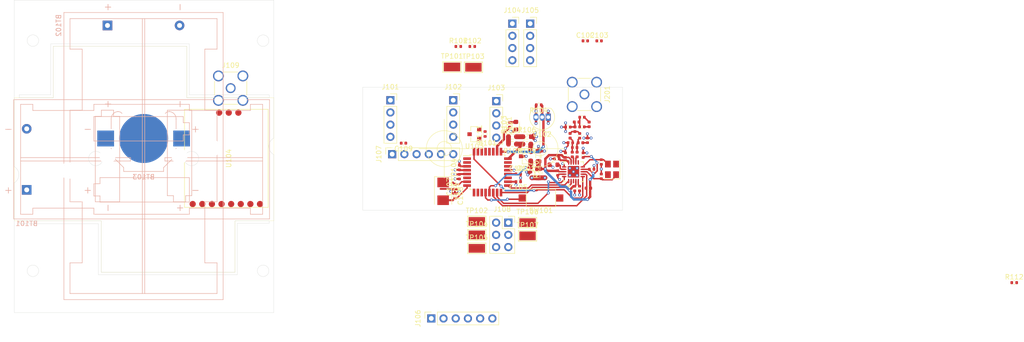
<source format=kicad_pcb>
(kicad_pcb (version 20171130) (host pcbnew 5.1.9)
  (layers (0 F.Cu signal) (31 B.Cu signal) (34 B.Paste user) (35 F.Paste user) (36 B.SilkS user) (37 F.SilkS user) (38 B.Mask user) (39 F.Mask user) (44 Edge.Cuts user))
  (net 0 "")
  (net 1 +3V0)
  (net 2 GND)
  (net 3 /RESET)
  (net 4 /XTAL1)
  (net 5 /XTAL2)
  (net 6 /CC1101/OSC1)
  (net 7 /CC1101/OSC2)
  (net 8 "Net-(C211-Pad2)")
  (net 9 "Net-(C212-Pad2)")
  (net 10 "Net-(C212-Pad1)")
  (net 11 "Net-(C213-Pad2)")
  (net 12 "Net-(C213-Pad1)")
  (net 13 "Net-(C214-Pad1)")
  (net 14 "Net-(C215-Pad2)")
  (net 15 "Net-(C216-Pad1)")
  (net 16 /SCL)
  (net 17 /SDA)
  (net 18 /A0)
  (net 19 /D7)
  (net 20 /D6)
  (net 21 /D3)
  (net 22 /TXD)
  (net 23 /RXD)
  (net 24 /MISO)
  (net 25 /SCK)
  (net 26 /MOSI)
  (net 27 /CC1101/RF_N)
  (net 28 /CC1101/RF_P)
  (net 29 /D9)
  (net 30 /A1)
  (net 31 /D10)
  (net 32 /A3)
  (net 33 /A2)
  (net 34 "Net-(R201-Pad1)")
  (net 35 /D8)
  (net 36 /D2)
  (net 37 "Net-(C106-Pad1)")
  (net 38 "Net-(C109-Pad2)")
  (net 39 "Net-(C207-Pad2)")
  (net 40 "Net-(D101-Pad2)")
  (net 41 "Net-(Q101-Pad2)")
  (net 42 "Net-(R106-Pad1)")
  (net 43 VDD)
  (net 44 "Net-(R107-Pad1)")
  (net 45 "Net-(J109-Pad1)")
  (module _project:CC1101-Ali (layer F.Cu) (at 128.8 89.8 90)
    (fp_text reference U104 (at 0 0.5 90) (layer F.SilkS))
    (fp_text value CC1101-Ali)
    (pad 2 smd circle (at 9.5 2.5 90) (size 1.3 1.3) (layers F.Cu F.Paste F.Mask) (net 2 GND))
    (pad 9 smd circle (at 9.5 0.5 90) (size 1.3 1.3) (layers F.Cu F.Paste F.Mask) (net 45 "Net-(J109-Pad1)"))
    (pad 2 smd circle (at 9.5 -1.5 90) (size 1.3 1.3) (layers F.Cu F.Paste F.Mask) (net 2 GND))
    (pad 8 smd circle (at -9.5 7 90) (size 1.3 1.3) (layers F.Cu F.Paste F.Mask) (net 31 /D10))
    (pad 7 smd circle (at -9.5 5 90) (size 1.3 1.3) (layers F.Cu F.Paste F.Mask))
    (pad 6 smd circle (at -9.5 3 90) (size 1.3 1.3) (layers F.Cu F.Paste F.Mask) (net 36 /D2))
    (pad 5 smd circle (at -9.5 1 90) (size 1.3 1.3) (layers F.Cu F.Paste F.Mask) (net 24 /MISO))
    (pad 4 smd circle (at -9.5 -1 90) (size 1.3 1.3) (layers F.Cu F.Paste F.Mask) (net 25 /SCK))
    (pad 3 smd circle (at -9.5 -3 90) (size 1.3 1.3) (layers F.Cu F.Paste F.Mask) (net 26 /MOSI))
    (pad 2 smd circle (at -9.5 -5 90) (size 1.3 1.3) (layers F.Cu F.Paste F.Mask) (net 2 GND))
    (pad 1 smd circle (at -9.5 -7 90) (size 1.3 1.3) (layers F.Cu F.Paste F.Mask) (net 1 +3V0))
  )
  (module Resistor_SMD:R_0402_1005Metric (layer F.Cu) (at 292.67 115.65)
    (fp_text reference R112 (at 0 -1.17) (layer F.SilkS))
    (fp_text value 10k)
    (pad 2 smd roundrect (at 0.51 0) (size 0.54 0.64) (layers F.Cu F.Paste F.Mask) (net 1 +3V0))
    (pad 1 smd roundrect (at -0.51 0) (size 0.54 0.64) (layers F.Cu F.Paste F.Mask) (net 31 /D10))
  )
  (module Connector_Coaxial:SMA_Amphenol_901-144_Vertical (layer F.Cu) (at 129.7 75.2)
    (fp_text reference J109 (at 0 -4.75) (layer F.SilkS))
    (fp_text value Conn_Coaxial)
    (pad 2 thru_hole circle (at -2.54 2.54) (size 2.25 2.25) (drill 1.7) (layers *.Cu *.Mask) (net 2 GND))
    (pad 2 thru_hole circle (at -2.54 -2.54) (size 2.25 2.25) (drill 1.7) (layers *.Cu *.Mask) (net 2 GND))
    (pad 2 thru_hole circle (at 2.54 -2.54) (size 2.25 2.25) (drill 1.7) (layers *.Cu *.Mask) (net 2 GND))
    (pad 2 thru_hole circle (at 2.54 2.54) (size 2.25 2.25) (drill 1.7) (layers *.Cu *.Mask) (net 2 GND))
    (pad 1 thru_hole circle (at 0 0) (size 2.05 2.05) (drill 1.5) (layers *.Cu *.Mask) (net 45 "Net-(J109-Pad1)"))
  )
  (module Battery:BatteryHolder_Keystone_3000_1x12mm (layer B.Cu) (at 111.6 85.67)
    (fp_text reference BT103 (at 0 8) (layer B.SilkS) (effects (justify mirror)))
    (fp_text value Coin)
    (pad 2 smd circle (at 0 0) (size 10.2 10.2) (layers B.Cu B.Mask) (net 2 GND))
    (pad 1 smd rect (at 7.9 0) (size 3.5 3.3) (layers B.Cu B.Paste B.Mask) (net 1 +3V0))
    (pad 1 smd rect (at -7.9 0) (size 3.5 3.3) (layers B.Cu B.Paste B.Mask) (net 1 +3V0))
  )
  (module Battery:BatteryHolder_Keystone_2462_2xAA (layer B.Cu) (at 104.08 62.16 270)
    (fp_text reference BT102 (at 0 10.16 270) (layer B.SilkS) (effects (justify mirror)))
    (fp_text value 2AA)
    (fp_text user - (at -3.81 -14.99 90) (layer B.SilkS) (effects (font (size 1.5 1.5)) (justify mirror)))
    (fp_text user + (at -3.81 0 90) (layer B.SilkS) (effects (font (size 1.5 1.5)) (justify mirror)))
    (fp_text user - (at 16.355 -14.99 90) (layer B.SilkS) (effects (font (size 1.5 1.5)) (justify mirror)))
    (fp_text user + (at 37.945 -14.99 90) (layer B.SilkS) (effects (font (size 1.5 1.5)) (justify mirror)))
    (fp_text user + (at 16.355 0 90) (layer B.SilkS) (effects (font (size 1.5 1.5)) (justify mirror)))
    (fp_text user - (at 37.945 0 90) (layer B.SilkS) (effects (font (size 1.5 1.5)) (justify mirror)))
    (pad "" np_thru_hole circle (at 27.165 0 270) (size 3.3 3.3) (drill 3.3) (layers *.Cu *.Mask))
    (pad "" np_thru_hole circle (at 27.165 -14.99 270) (size 3.3 3.3) (drill 3.3) (layers *.Cu *.Mask))
    (pad 2 thru_hole circle (at 0 -14.99 270) (size 2 2) (drill 1.02) (layers *.Cu *.Mask) (net 2 GND))
    (pad 1 thru_hole rect (at 0 0 270) (size 2 2) (drill 1.02) (layers *.Cu *.Mask) (net 1 +3V0))
  )
  (module Battery:BatteryHolder_Keystone_2468_2xAAA (layer B.Cu) (at 87.28 96.35)
    (fp_text reference BT101 (at 0 7) (layer B.SilkS) (effects (justify mirror)))
    (fp_text value 2AAA)
    (fp_text user + (at 35.1 -12.7) (layer B.SilkS) (effects (font (size 1.5 1.5)) (justify mirror)))
    (fp_text user - (at 12.7 -12.7) (layer B.SilkS) (effects (font (size 1.5 1.5)) (justify mirror)))
    (fp_text user - (at 35.1 0) (layer B.SilkS) (effects (font (size 1.5 1.5)) (justify mirror)))
    (fp_text user + (at 12.7 0) (layer B.SilkS) (effects (font (size 1.5 1.5)) (justify mirror)))
    (fp_text user - (at -3.81 -12.7) (layer B.SilkS) (effects (font (size 1.5 1.5)) (justify mirror)))
    (fp_text user + (at -3.81 0) (layer B.SilkS) (effects (font (size 1.5 1.5)) (justify mirror)))
    (pad "" np_thru_hole circle (at 38.61 -8.7) (size 3.45 3.45) (drill 3.45) (layers *.Cu *.Mask))
    (pad "" np_thru_hole circle (at 8.64 -4) (size 3.45 3.45) (drill 3.45) (layers *.Cu))
    (pad 2 thru_hole circle (at 0 -12.7) (size 2 2) (drill 1.02) (layers *.Cu *.Mask) (net 2 GND))
    (pad 1 thru_hole rect (at 0 0) (size 2 2) (drill 1.02) (layers *.Cu *.Mask) (net 1 +3V0))
  )
  (module Button_Switch_SMD:SW_SPST_CK_RS282G05A3 (layer F.Cu) (at 194.24 98.05 180)
    (fp_text reference SW101 (at 0 -2.6) (layer F.SilkS))
    (fp_text value SW_Push)
    (pad 2 smd rect (at 3.9 0 180) (size 1.5 1.5) (layers F.Cu F.Paste F.Mask) (net 35 /D8))
    (pad 1 smd rect (at -3.9 0 180) (size 1.5 1.5) (layers F.Cu F.Paste F.Mask) (net 2 GND))
  )
  (module Connector_Coaxial:SMA_Amphenol_901-144_Vertical (layer F.Cu) (at 203.28 76.5 270)
    (fp_text reference J201 (at 0 -4.75 90) (layer F.SilkS))
    (fp_text value Conn_Coaxial)
    (pad 2 thru_hole circle (at -2.54 2.54 270) (size 2.25 2.25) (drill 1.7) (layers *.Cu *.Mask) (net 2 GND))
    (pad 2 thru_hole circle (at -2.54 -2.54 270) (size 2.25 2.25) (drill 1.7) (layers *.Cu *.Mask) (net 2 GND))
    (pad 2 thru_hole circle (at 2.54 -2.54 270) (size 2.25 2.25) (drill 1.7) (layers *.Cu *.Mask) (net 2 GND))
    (pad 2 thru_hole circle (at 2.54 2.54 270) (size 2.25 2.25) (drill 1.7) (layers *.Cu *.Mask) (net 2 GND))
    (pad 1 thru_hole circle (at 0 0 270) (size 2.05 2.05) (drill 1.5) (layers *.Cu *.Mask) (net 12 "Net-(C213-Pad1)"))
  )
  (module Capacitor_SMD:C_0402_1005Metric (layer F.Cu) (at 202.77 83.25 180)
    (fp_text reference C214)
    (fp_text value 47p hide)
    (pad 2 smd roundrect (at 0.48 0 180) (size 0.56 0.62) (layers F.Cu F.Paste F.Mask) (net 11 "Net-(C213-Pad2)"))
    (pad 1 smd roundrect (at -0.48 0 180) (size 0.56 0.62) (layers F.Cu F.Paste F.Mask) (net 13 "Net-(C214-Pad1)"))
  )
  (module Resistor_SMD:R_0603_1608Metric (layer F.Cu) (at 191.32 86.84 180)
    (fp_text reference R109 (at 0 -1.43) (layer F.SilkS))
    (fp_text value 10)
    (pad 2 smd roundrect (at 0.825 0 180) (size 0.8 0.95) (layers F.Cu F.Paste F.Mask) (net 30 /A1))
    (pad 1 smd roundrect (at -0.825 0 180) (size 0.8 0.95) (layers F.Cu F.Paste F.Mask) (net 41 "Net-(Q101-Pad2)"))
  )
  (module Resistor_SMD:R_0603_1608Metric (layer F.Cu) (at 188.305 86.83 180)
    (fp_text reference R108 (at 0 -1.43) (layer F.SilkS))
    (fp_text value 10)
    (pad 2 smd roundrect (at 0.825 0 180) (size 0.8 0.95) (layers F.Cu F.Paste F.Mask) (net 44 "Net-(R107-Pad1)"))
    (pad 1 smd roundrect (at -0.825 0 180) (size 0.8 0.95) (layers F.Cu F.Paste F.Mask) (net 30 /A1))
  )
  (module Resistor_SMD:R_0603_1608Metric (layer F.Cu) (at 191.32 85.3)
    (fp_text reference R106 (at 0 -1.43) (layer F.SilkS))
    (fp_text value 10)
    (pad 2 smd roundrect (at 0.825 0) (size 0.8 0.95) (layers F.Cu F.Paste F.Mask) (net 1 +3V0))
    (pad 1 smd roundrect (at -0.825 0) (size 0.8 0.95) (layers F.Cu F.Paste F.Mask) (net 42 "Net-(R106-Pad1)"))
  )
  (module Resistor_SMD:R_0603_1608Metric (layer F.Cu) (at 188.3 85.3)
    (fp_text reference R107 (at 0 -1.43) (layer F.SilkS))
    (fp_text value 10)
    (pad 2 smd roundrect (at 0.825 0) (size 0.8 0.95) (layers F.Cu F.Paste F.Mask) (net 42 "Net-(R106-Pad1)"))
    (pad 1 smd roundrect (at -0.825 0) (size 0.8 0.95) (layers F.Cu F.Paste F.Mask) (net 44 "Net-(R107-Pad1)"))
  )
  (module Resistor_SMD:R_0603_1608Metric (layer F.Cu) (at 196.83 91.14 180)
    (fp_text reference R201)
    (fp_text value 56k hide)
    (pad 2 smd roundrect (at 0.825 0 180) (size 0.8 0.95) (layers F.Cu F.Paste F.Mask) (net 2 GND))
    (pad 1 smd roundrect (at -0.825 0 180) (size 0.8 0.95) (layers F.Cu F.Paste F.Mask) (net 34 "Net-(R201-Pad1)"))
  )
  (module Resistor_SMD:R_0402_1005Metric (layer F.Cu) (at 192.1 92.12 270)
    (fp_text reference R110 (at 0 -1.17 90) (layer F.SilkS))
    (fp_text value 10k)
    (pad 2 smd roundrect (at 0.51 0 270) (size 0.54 0.64) (layers F.Cu F.Paste F.Mask) (net 2 GND))
    (pad 1 smd roundrect (at -0.51 0 270) (size 0.54 0.64) (layers F.Cu F.Paste F.Mask) (net 29 /D9))
  )
  (module Inductor_SMD:L_0805_2012Metric (layer F.Cu) (at 193.72 89.37 90)
    (fp_text reference FB201)
    (fp_text value Ferrite_Bead hide)
    (pad 2 smd roundrect (at 1.0625 0 90) (size 0.875 1.2) (layers F.Cu F.Paste F.Mask) (net 1 +3V0))
    (pad 1 smd roundrect (at -1.0625 0 90) (size 0.875 1.2) (layers F.Cu F.Paste F.Mask) (net 43 VDD))
  )
  (module LED_SMD:LED_0603_1608Metric (layer F.Cu) (at 189.03 83.01 90)
    (fp_text reference D101 (at 0 -1.43 90) (layer F.SilkS))
    (fp_text value LED)
    (pad 2 smd roundrect (at 0.7875 0 90) (size 0.875 0.95) (layers F.Cu F.Paste F.Mask) (net 40 "Net-(D101-Pad2)"))
    (pad 1 smd roundrect (at -0.7875 0 90) (size 0.875 0.95) (layers F.Cu F.Paste F.Mask) (net 2 GND))
  )
  (module Capacitor_SMD:C_0402_1005Metric (layer F.Cu) (at 176.34 97.61 270)
    (fp_text reference C108 (at 0 -1.16 90) (layer F.SilkS))
    (fp_text value 33p)
    (pad 2 smd roundrect (at 0.48 0 270) (size 0.56 0.62) (layers F.Cu F.Paste F.Mask) (net 5 /XTAL2))
    (pad 1 smd roundrect (at -0.48 0 270) (size 0.56 0.62) (layers F.Cu F.Paste F.Mask) (net 2 GND))
  )
  (module Capacitor_SMD:C_0402_1005Metric (layer F.Cu) (at 165.65 86.64 180)
    (fp_text reference C109 (at 0 -1.16) (layer F.SilkS))
    (fp_text value 100n)
    (pad 1 smd roundrect (at -0.48 0 180) (size 0.56 0.62) (layers F.Cu F.Paste F.Mask) (net 3 /RESET))
    (pad 2 smd roundrect (at 0.48 0 180) (size 0.56 0.62) (layers F.Cu F.Paste F.Mask) (net 38 "Net-(C109-Pad2)"))
  )
  (module Capacitor_SMD:C_0402_1005Metric (layer F.Cu) (at 177.27 91.71 90)
    (fp_text reference C104 (at 0 -1.16 90) (layer F.SilkS))
    (fp_text value 100n)
    (pad 2 smd roundrect (at 0.48 0 90) (size 0.56 0.62) (layers F.Cu F.Paste F.Mask) (net 2 GND))
    (pad 1 smd roundrect (at -0.48 0 90) (size 0.56 0.62) (layers F.Cu F.Paste F.Mask) (net 1 +3V0))
  )
  (module Capacitor_SMD:C_0402_1005Metric (layer F.Cu) (at 189.52 94.66 180)
    (fp_text reference C105 (at 0 -1.16) (layer F.SilkS))
    (fp_text value 100n)
    (pad 2 smd roundrect (at 0.48 0 180) (size 0.56 0.62) (layers F.Cu F.Paste F.Mask) (net 1 +3V0))
    (pad 1 smd roundrect (at -0.48 0 180) (size 0.56 0.62) (layers F.Cu F.Paste F.Mask) (net 2 GND))
  )
  (module Capacitor_SMD:C_0402_1005Metric (layer F.Cu) (at 189.52 93.06)
    (fp_text reference C106 (at 0 -1.16) (layer F.SilkS))
    (fp_text value 100n)
    (pad 2 smd roundrect (at 0.48 0) (size 0.56 0.62) (layers F.Cu F.Paste F.Mask) (net 2 GND))
    (pad 1 smd roundrect (at -0.48 0) (size 0.56 0.62) (layers F.Cu F.Paste F.Mask) (net 37 "Net-(C106-Pad1)"))
  )
  (module Capacitor_SMD:C_0402_1005Metric (layer F.Cu) (at 203.465001 65.365001)
    (fp_text reference C102 (at 0 -1.16) (layer F.SilkS))
    (fp_text value 100n)
    (pad 2 smd roundrect (at 0.48 0) (size 0.56 0.62) (layers F.Cu F.Paste F.Mask) (net 2 GND))
    (pad 1 smd roundrect (at -0.48 0) (size 0.56 0.62) (layers F.Cu F.Paste F.Mask) (net 1 +3V0))
  )
  (module Capacitor_SMD:C_0402_1005Metric (layer F.Cu) (at 206.335001 65.365001)
    (fp_text reference C103 (at 0 -1.16) (layer F.SilkS))
    (fp_text value 100n)
    (pad 1 smd roundrect (at -0.48 0) (size 0.56 0.62) (layers F.Cu F.Paste F.Mask) (net 1 +3V0))
    (pad 2 smd roundrect (at 0.48 0) (size 0.56 0.62) (layers F.Cu F.Paste F.Mask) (net 2 GND))
  )
  (module Capacitor_SMD:C_0402_1005Metric (layer F.Cu) (at 177.27 93.61 90)
    (fp_text reference C101 (at 0 -1.16 90) (layer F.SilkS))
    (fp_text value 100n)
    (pad 2 smd roundrect (at 0.48 0 90) (size 0.56 0.62) (layers F.Cu F.Paste F.Mask) (net 2 GND))
    (pad 1 smd roundrect (at -0.48 0 90) (size 0.56 0.62) (layers F.Cu F.Paste F.Mask) (net 1 +3V0))
  )
  (module Capacitor_SMD:C_0402_1005Metric (layer F.Cu) (at 176.34 95.71 90)
    (fp_text reference C107 (at 0 -1.16 90) (layer F.SilkS))
    (fp_text value 33p)
    (pad 2 smd roundrect (at 0.48 0 90) (size 0.56 0.62) (layers F.Cu F.Paste F.Mask) (net 4 /XTAL1))
    (pad 1 smd roundrect (at -0.48 0 90) (size 0.56 0.62) (layers F.Cu F.Paste F.Mask) (net 2 GND))
  )
  (module Capacitor_SMD:C_0805_2012Metric (layer F.Cu) (at 193.72 92.89 270)
    (fp_text reference C201)
    (fp_text value 1u hide)
    (pad 1 smd roundrect (at -0.95 0 270) (size 1 1.45) (layers F.Cu F.Paste F.Mask) (net 43 VDD))
    (pad 2 smd roundrect (at 0.95 0 270) (size 1 1.45) (layers F.Cu F.Paste F.Mask) (net 2 GND))
  )
  (module Capacitor_SMD:C_0402_1005Metric (layer F.Cu) (at 204.78 92.08 180)
    (fp_text reference C202)
    (fp_text value 100n hide)
    (pad 2 smd roundrect (at 0.48 0 180) (size 0.56 0.62) (layers F.Cu F.Paste F.Mask) (net 43 VDD))
    (pad 1 smd roundrect (at -0.48 0 180) (size 0.56 0.62) (layers F.Cu F.Paste F.Mask) (net 2 GND))
  )
  (module Capacitor_SMD:C_0402_1005Metric (layer F.Cu) (at 203.02 89.14 90)
    (fp_text reference C203)
    (fp_text value 100n hide)
    (pad 1 smd roundrect (at -0.48 0 90) (size 0.56 0.62) (layers F.Cu F.Paste F.Mask) (net 43 VDD))
    (pad 2 smd roundrect (at 0.48 0 90) (size 0.56 0.62) (layers F.Cu F.Paste F.Mask) (net 2 GND))
  )
  (module Capacitor_SMD:C_0402_1005Metric (layer F.Cu) (at 197.73 92.85 90)
    (fp_text reference C208)
    (fp_text value 100n hide)
    (pad 1 smd roundrect (at -0.48 0 90) (size 0.56 0.62) (layers F.Cu F.Paste F.Mask) (net 2 GND))
    (pad 2 smd roundrect (at 0.48 0 90) (size 0.56 0.62) (layers F.Cu F.Paste F.Mask) (net 43 VDD))
  )
  (module Capacitor_SMD:C_0402_1005Metric (layer F.Cu) (at 199.33 89.13 90)
    (fp_text reference C204)
    (fp_text value 100n hide)
    (pad 2 smd roundrect (at 0.48 0 90) (size 0.56 0.62) (layers F.Cu F.Paste F.Mask) (net 2 GND))
    (pad 1 smd roundrect (at -0.48 0 90) (size 0.56 0.62) (layers F.Cu F.Paste F.Mask) (net 43 VDD))
  )
  (module Capacitor_SMD:C_0402_1005Metric (layer F.Cu) (at 197.55 89.89)
    (fp_text reference C205)
    (fp_text value 100n hide)
    (pad 1 smd roundrect (at -0.48 0) (size 0.56 0.62) (layers F.Cu F.Paste F.Mask) (net 2 GND))
    (pad 2 smd roundrect (at 0.48 0) (size 0.56 0.62) (layers F.Cu F.Paste F.Mask) (net 43 VDD))
  )
  (module Capacitor_SMD:C_0402_1005Metric (layer F.Cu) (at 201.26 96.07 90)
    (fp_text reference C206)
    (fp_text value 100n hide)
    (pad 1 smd roundrect (at -0.48 0 90) (size 0.56 0.62) (layers F.Cu F.Paste F.Mask) (net 2 GND))
    (pad 2 smd roundrect (at 0.48 0 90) (size 0.56 0.62) (layers F.Cu F.Paste F.Mask) (net 43 VDD))
  )
  (module Capacitor_SMD:C_0402_1005Metric (layer F.Cu) (at 202.26 96.07 90)
    (fp_text reference C207)
    (fp_text value 100n hide)
    (pad 2 smd roundrect (at 0.48 0 90) (size 0.56 0.62) (layers F.Cu F.Paste F.Mask) (net 39 "Net-(C207-Pad2)"))
    (pad 1 smd roundrect (at -0.48 0 90) (size 0.56 0.62) (layers F.Cu F.Paste F.Mask) (net 2 GND))
  )
  (module Capacitor_SMD:C_0402_1005Metric (layer F.Cu) (at 206.79 93.54 90)
    (fp_text reference C209)
    (fp_text value 33p hide)
    (pad 1 smd roundrect (at -0.48 0 90) (size 0.56 0.62) (layers F.Cu F.Paste F.Mask) (net 6 /CC1101/OSC1))
    (pad 2 smd roundrect (at 0.48 0 90) (size 0.56 0.62) (layers F.Cu F.Paste F.Mask) (net 2 GND))
  )
  (module Capacitor_SMD:C_0402_1005Metric (layer F.Cu) (at 206.79 90.56 270)
    (fp_text reference C210)
    (fp_text value 33p hide)
    (pad 2 smd roundrect (at 0.48 0 270) (size 0.56 0.62) (layers F.Cu F.Paste F.Mask) (net 2 GND))
    (pad 1 smd roundrect (at -0.48 0 270) (size 0.56 0.62) (layers F.Cu F.Paste F.Mask) (net 7 /CC1101/OSC2))
  )
  (module Capacitor_SMD:C_0402_1005Metric (layer F.Cu) (at 203.91 86.06 270)
    (fp_text reference C211)
    (fp_text value 100p hide)
    (pad 1 smd roundrect (at -0.48 0 270) (size 0.56 0.62) (layers F.Cu F.Paste F.Mask) (net 2 GND))
    (pad 2 smd roundrect (at 0.48 0 270) (size 0.56 0.62) (layers F.Cu F.Paste F.Mask) (net 8 "Net-(C211-Pad2)"))
  )
  (module Capacitor_SMD:C_0402_1005Metric (layer F.Cu) (at 202.29 85.11 270)
    (fp_text reference C212)
    (fp_text value 1.5p hide)
    (pad 2 smd roundrect (at 0.48 0 270) (size 0.56 0.62) (layers F.Cu F.Paste F.Mask) (net 9 "Net-(C212-Pad2)"))
    (pad 1 smd roundrect (at -0.48 0 270) (size 0.56 0.62) (layers F.Cu F.Paste F.Mask) (net 10 "Net-(C212-Pad1)"))
  )
  (module Capacitor_SMD:C_0402_1005Metric (layer F.Cu) (at 202.78 81.25 180)
    (fp_text reference C213)
    (fp_text value 12p hide)
    (pad 2 smd roundrect (at 0.48 0 180) (size 0.56 0.62) (layers F.Cu F.Paste F.Mask) (net 11 "Net-(C213-Pad2)"))
    (pad 1 smd roundrect (at -0.48 0 180) (size 0.56 0.62) (layers F.Cu F.Paste F.Mask) (net 12 "Net-(C213-Pad1)"))
  )
  (module Capacitor_SMD:C_0402_1005Metric (layer F.Cu) (at 201.25 87.55 180)
    (fp_text reference C215)
    (fp_text value 1p hide)
    (pad 1 smd roundrect (at -0.48 0 180) (size 0.56 0.62) (layers F.Cu F.Paste F.Mask) (net 9 "Net-(C212-Pad2)"))
    (pad 2 smd roundrect (at 0.48 0 180) (size 0.56 0.62) (layers F.Cu F.Paste F.Mask) (net 14 "Net-(C215-Pad2)"))
  )
  (module Capacitor_SMD:C_0402_1005Metric (layer F.Cu) (at 199.85 83.3 180)
    (fp_text reference C216)
    (fp_text value 3.3p hide)
    (pad 1 smd roundrect (at -0.48 0 180) (size 0.56 0.62) (layers F.Cu F.Paste F.Mask) (net 15 "Net-(C216-Pad1)"))
    (pad 2 smd roundrect (at 0.48 0 180) (size 0.56 0.62) (layers F.Cu F.Paste F.Mask) (net 2 GND))
  )
  (module Capacitor_SMD:C_0402_1005Metric (layer F.Cu) (at 200.35 86.55 180)
    (fp_text reference C217)
    (fp_text value 1.5p hide)
    (pad 1 smd roundrect (at -0.48 0 180) (size 0.56 0.62) (layers F.Cu F.Paste F.Mask) (net 14 "Net-(C215-Pad2)"))
    (pad 2 smd roundrect (at 0.48 0 180) (size 0.56 0.62) (layers F.Cu F.Paste F.Mask) (net 2 GND))
  )
  (module Connector_PinSocket_2.54mm:PinSocket_1x04_P2.54mm_Vertical (layer F.Cu) (at 162.92 77.71)
    (fp_text reference J101 (at 0 -2.77) (layer F.SilkS))
    (fp_text value Conn_01x04)
    (pad 1 thru_hole rect (at 0 0) (size 1.7 1.7) (drill 1) (layers *.Cu *.Mask) (net 1 +3V0))
    (pad 2 thru_hole oval (at 0 2.54) (size 1.7 1.7) (drill 1) (layers *.Cu *.Mask) (net 2 GND))
    (pad 3 thru_hole oval (at 0 5.08) (size 1.7 1.7) (drill 1) (layers *.Cu *.Mask) (net 16 /SCL))
    (pad 4 thru_hole oval (at 0 7.62) (size 1.7 1.7) (drill 1) (layers *.Cu *.Mask) (net 17 /SDA))
  )
  (module Connector_PinSocket_2.54mm:PinSocket_1x04_P2.54mm_Vertical (layer F.Cu) (at 175.99 77.71)
    (fp_text reference J102 (at 0 -2.77) (layer F.SilkS))
    (fp_text value Conn_01x04)
    (pad 4 thru_hole oval (at 0 7.62) (size 1.7 1.7) (drill 1) (layers *.Cu *.Mask) (net 17 /SDA))
    (pad 3 thru_hole oval (at 0 5.08) (size 1.7 1.7) (drill 1) (layers *.Cu *.Mask) (net 16 /SCL))
    (pad 2 thru_hole oval (at 0 2.54) (size 1.7 1.7) (drill 1) (layers *.Cu *.Mask) (net 2 GND))
    (pad 1 thru_hole rect (at 0 0) (size 1.7 1.7) (drill 1) (layers *.Cu *.Mask) (net 1 +3V0))
  )
  (module Connector_PinSocket_2.54mm:PinSocket_1x04_P2.54mm_Vertical (layer F.Cu) (at 184.95 77.89)
    (fp_text reference J103 (at 0 -2.77) (layer F.SilkS))
    (fp_text value Conn_01x04)
    (pad 1 thru_hole rect (at 0 0) (size 1.7 1.7) (drill 1) (layers *.Cu *.Mask) (net 1 +3V0))
    (pad 2 thru_hole oval (at 0 2.54) (size 1.7 1.7) (drill 1) (layers *.Cu *.Mask) (net 2 GND))
    (pad 3 thru_hole oval (at 0 5.08) (size 1.7 1.7) (drill 1) (layers *.Cu *.Mask) (net 16 /SCL))
    (pad 4 thru_hole oval (at 0 7.62) (size 1.7 1.7) (drill 1) (layers *.Cu *.Mask) (net 17 /SDA))
  )
  (module Connector_PinSocket_2.54mm:PinSocket_1x04_P2.54mm_Vertical (layer F.Cu) (at 188.29 61.78)
    (fp_text reference J104 (at 0 -2.77) (layer F.SilkS))
    (fp_text value Conn_01x04)
    (pad 4 thru_hole oval (at 0 7.62) (size 1.7 1.7) (drill 1) (layers *.Cu *.Mask) (net 17 /SDA))
    (pad 3 thru_hole oval (at 0 5.08) (size 1.7 1.7) (drill 1) (layers *.Cu *.Mask) (net 16 /SCL))
    (pad 2 thru_hole oval (at 0 2.54) (size 1.7 1.7) (drill 1) (layers *.Cu *.Mask) (net 2 GND))
    (pad 1 thru_hole rect (at 0 0) (size 1.7 1.7) (drill 1) (layers *.Cu *.Mask) (net 1 +3V0))
  )
  (module Connector_PinSocket_2.54mm:PinSocket_1x04_P2.54mm_Vertical (layer F.Cu) (at 191.99 61.78)
    (fp_text reference J105 (at 0 -2.77) (layer F.SilkS))
    (fp_text value Conn_01x04)
    (pad 1 thru_hole rect (at 0 0) (size 1.7 1.7) (drill 1) (layers *.Cu *.Mask) (net 1 +3V0))
    (pad 2 thru_hole oval (at 0 2.54) (size 1.7 1.7) (drill 1) (layers *.Cu *.Mask) (net 2 GND))
    (pad 3 thru_hole oval (at 0 5.08) (size 1.7 1.7) (drill 1) (layers *.Cu *.Mask) (net 16 /SCL))
    (pad 4 thru_hole oval (at 0 7.62) (size 1.7 1.7) (drill 1) (layers *.Cu *.Mask) (net 17 /SDA))
  )
  (module Connector_PinSocket_2.54mm:PinSocket_1x06_P2.54mm_Vertical (layer F.Cu) (at 171.43 123.1 90)
    (fp_text reference J106 (at 0 -2.77 90) (layer F.SilkS))
    (fp_text value K1X06)
    (pad 6 thru_hole oval (at 0 12.7 90) (size 1.7 1.7) (drill 1) (layers *.Cu *.Mask) (net 2 GND))
    (pad 5 thru_hole oval (at 0 10.16 90) (size 1.7 1.7) (drill 1) (layers *.Cu *.Mask) (net 18 /A0))
    (pad 4 thru_hole oval (at 0 7.62 90) (size 1.7 1.7) (drill 1) (layers *.Cu *.Mask) (net 1 +3V0))
    (pad 3 thru_hole oval (at 0 5.08 90) (size 1.7 1.7) (drill 1) (layers *.Cu *.Mask) (net 19 /D7))
    (pad 2 thru_hole oval (at 0 2.54 90) (size 1.7 1.7) (drill 1) (layers *.Cu *.Mask) (net 20 /D6))
    (pad 1 thru_hole rect (at 0 0 90) (size 1.7 1.7) (drill 1) (layers *.Cu *.Mask) (net 21 /D3))
  )
  (module Connector_PinSocket_2.54mm:PinSocket_1x06_P2.54mm_Vertical (layer F.Cu) (at 163.29 88.93 90)
    (fp_text reference J107 (at 0 -2.77 90) (layer F.SilkS))
    (fp_text value FTDI)
    (pad 1 thru_hole rect (at 0 0 90) (size 1.7 1.7) (drill 1) (layers *.Cu *.Mask) (net 38 "Net-(C109-Pad2)"))
    (pad 2 thru_hole oval (at 0 2.54 90) (size 1.7 1.7) (drill 1) (layers *.Cu *.Mask) (net 22 /TXD))
    (pad 3 thru_hole oval (at 0 5.08 90) (size 1.7 1.7) (drill 1) (layers *.Cu *.Mask) (net 23 /RXD))
    (pad 4 thru_hole oval (at 0 7.62 90) (size 1.7 1.7) (drill 1) (layers *.Cu *.Mask))
    (pad 5 thru_hole oval (at 0 10.16 90) (size 1.7 1.7) (drill 1) (layers *.Cu *.Mask) (net 2 GND))
    (pad 6 thru_hole oval (at 0 12.7 90) (size 1.7 1.7) (drill 1) (layers *.Cu *.Mask) (net 2 GND))
  )
  (module Connector_PinSocket_2.54mm:PinSocket_2x03_P2.54mm_Vertical (layer F.Cu) (at 187.45 103.17)
    (fp_text reference J108 (at -1.27 -2.77) (layer F.SilkS))
    (fp_text value ISP)
    (pad 1 thru_hole rect (at 0 0) (size 1.7 1.7) (drill 1) (layers *.Cu *.Mask) (net 24 /MISO))
    (pad 2 thru_hole oval (at -2.54 0) (size 1.7 1.7) (drill 1) (layers *.Cu *.Mask) (net 1 +3V0))
    (pad 3 thru_hole oval (at 0 2.54) (size 1.7 1.7) (drill 1) (layers *.Cu *.Mask) (net 25 /SCK))
    (pad 4 thru_hole oval (at -2.54 2.54) (size 1.7 1.7) (drill 1) (layers *.Cu *.Mask) (net 26 /MOSI))
    (pad 5 thru_hole oval (at 0 5.08) (size 1.7 1.7) (drill 1) (layers *.Cu *.Mask) (net 3 /RESET))
    (pad 6 thru_hole oval (at -2.54 5.08) (size 1.7 1.7) (drill 1) (layers *.Cu *.Mask) (net 2 GND))
  )
  (module Inductor_SMD:L_0402_1005Metric (layer F.Cu) (at 202.46 86.56)
    (fp_text reference L201)
    (fp_text value 18n hide)
    (pad 2 smd roundrect (at 0.485 0) (size 0.59 0.64) (layers F.Cu F.Paste F.Mask) (net 8 "Net-(C211-Pad2)"))
    (pad 1 smd roundrect (at -0.485 0) (size 0.59 0.64) (layers F.Cu F.Paste F.Mask) (net 9 "Net-(C212-Pad2)"))
  )
  (module Inductor_SMD:L_0402_1005Metric (layer F.Cu) (at 201.75 89 270)
    (fp_text reference L202)
    (fp_text value 12n hide)
    (pad 2 smd roundrect (at 0.485 0 270) (size 0.59 0.64) (layers F.Cu F.Paste F.Mask) (net 28 /CC1101/RF_P))
    (pad 1 smd roundrect (at -0.485 0 270) (size 0.59 0.64) (layers F.Cu F.Paste F.Mask) (net 9 "Net-(C212-Pad2)"))
  )
  (module Inductor_SMD:L_0402_1005Metric (layer F.Cu) (at 201.3 83.75 90)
    (fp_text reference L203)
    (fp_text value 12n hide)
    (pad 2 smd roundrect (at 0.485 0 90) (size 0.59 0.64) (layers F.Cu F.Paste F.Mask) (net 15 "Net-(C216-Pad1)"))
    (pad 1 smd roundrect (at -0.485 0 90) (size 0.59 0.64) (layers F.Cu F.Paste F.Mask) (net 10 "Net-(C212-Pad1)"))
  )
  (module Inductor_SMD:L_0402_1005Metric (layer F.Cu) (at 201.65 82.25)
    (fp_text reference L204)
    (fp_text value 12n hide)
    (pad 1 smd roundrect (at -0.485 0) (size 0.59 0.64) (layers F.Cu F.Paste F.Mask) (net 15 "Net-(C216-Pad1)"))
    (pad 2 smd roundrect (at 0.485 0) (size 0.59 0.64) (layers F.Cu F.Paste F.Mask) (net 11 "Net-(C213-Pad2)"))
  )
  (module Inductor_SMD:L_0402_1005Metric (layer F.Cu) (at 204.25 82.735 270)
    (fp_text reference L205)
    (fp_text value 3.3n hide)
    (pad 2 smd roundrect (at 0.485 0 270) (size 0.59 0.64) (layers F.Cu F.Paste F.Mask) (net 13 "Net-(C214-Pad1)"))
    (pad 1 smd roundrect (at -0.485 0 270) (size 0.59 0.64) (layers F.Cu F.Paste F.Mask) (net 12 "Net-(C213-Pad1)"))
  )
  (module Inductor_SMD:L_0402_1005Metric (layer F.Cu) (at 200.75 89 270)
    (fp_text reference L206)
    (fp_text value 12n hide)
    (pad 1 smd roundrect (at -0.485 0 270) (size 0.59 0.64) (layers F.Cu F.Paste F.Mask) (net 14 "Net-(C215-Pad2)"))
    (pad 2 smd roundrect (at 0.485 0 270) (size 0.59 0.64) (layers F.Cu F.Paste F.Mask) (net 27 /CC1101/RF_N))
  )
  (module Inductor_SMD:L_0402_1005Metric (layer F.Cu) (at 200.3 85.1 270)
    (fp_text reference L207)
    (fp_text value 18n hide)
    (pad 1 smd roundrect (at -0.485 0 270) (size 0.59 0.64) (layers F.Cu F.Paste F.Mask) (net 10 "Net-(C212-Pad1)"))
    (pad 2 smd roundrect (at 0.485 0 270) (size 0.59 0.64) (layers F.Cu F.Paste F.Mask) (net 14 "Net-(C215-Pad2)"))
  )
  (module Package_TO_SOT_SMD:SOT-23 (layer F.Cu) (at 191.1 89.37 180)
    (fp_text reference Q101 (at 0 -2.5) (layer F.SilkS))
    (fp_text value AO3400A)
    (pad 1 smd rect (at -1 -0.95 180) (size 0.9 0.8) (layers F.Cu F.Paste F.Mask) (net 29 /D9))
    (pad 2 smd rect (at -1 0.95 180) (size 0.9 0.8) (layers F.Cu F.Paste F.Mask) (net 41 "Net-(Q101-Pad2)"))
    (pad 3 smd rect (at 1 0 180) (size 0.9 0.8) (layers F.Cu F.Paste F.Mask) (net 2 GND))
  )
  (module Resistor_SMD:R_0402_1005Metric (layer F.Cu) (at 204.1 96)
    (fp_text reference R105)
    (fp_text value 10k hide)
    (pad 2 smd roundrect (at 0.51 0) (size 0.54 0.64) (layers F.Cu F.Paste F.Mask) (net 43 VDD))
    (pad 1 smd roundrect (at -0.51 0) (size 0.54 0.64) (layers F.Cu F.Paste F.Mask) (net 31 /D10))
  )
  (module Resistor_SMD:R_0402_1005Metric (layer F.Cu) (at 177.045001 66.525001)
    (fp_text reference R101 (at 0 -1.17) (layer F.SilkS))
    (fp_text value 10k)
    (pad 1 smd roundrect (at -0.51 0) (size 0.54 0.64) (layers F.Cu F.Paste F.Mask) (net 16 /SCL))
    (pad 2 smd roundrect (at 0.51 0) (size 0.54 0.64) (layers F.Cu F.Paste F.Mask) (net 1 +3V0))
  )
  (module Resistor_SMD:R_0402_1005Metric (layer F.Cu) (at 179.955001 66.525001)
    (fp_text reference R102 (at 0 -1.17) (layer F.SilkS))
    (fp_text value 10k)
    (pad 2 smd roundrect (at 0.51 0) (size 0.54 0.64) (layers F.Cu F.Paste F.Mask) (net 1 +3V0))
    (pad 1 smd roundrect (at -0.51 0) (size 0.54 0.64) (layers F.Cu F.Paste F.Mask) (net 17 /SDA))
  )
  (module Resistor_SMD:R_0402_1005Metric (layer F.Cu) (at 187.725001 82.804999 90)
    (fp_text reference R103 (at 0 -1.17 90) (layer F.SilkS))
    (fp_text value 10k)
    (pad 2 smd roundrect (at 0.51 0 90) (size 0.54 0.64) (layers F.Cu F.Paste F.Mask) (net 40 "Net-(D101-Pad2)"))
    (pad 1 smd roundrect (at -0.51 0 90) (size 0.54 0.64) (layers F.Cu F.Paste F.Mask) (net 32 /A3))
  )
  (module Resistor_SMD:R_0402_1005Metric (layer F.Cu) (at 193.78 78.68 180)
    (fp_text reference R104 (at 0 -1.17) (layer F.SilkS))
    (fp_text value 10k)
    (pad 2 smd roundrect (at 0.51 0 180) (size 0.54 0.64) (layers F.Cu F.Paste F.Mask) (net 1 +3V0))
    (pad 1 smd roundrect (at -0.51 0 180) (size 0.54 0.64) (layers F.Cu F.Paste F.Mask) (net 33 /A2))
  )
  (module Resistor_SMD:R_0402_1005Metric (layer F.Cu) (at 182.62 84.73 90)
    (fp_text reference R111 (at 0 -1.17 90) (layer F.SilkS))
    (fp_text value 10k)
    (pad 2 smd roundrect (at 0.51 0 90) (size 0.54 0.64) (layers F.Cu F.Paste F.Mask) (net 1 +3V0))
    (pad 1 smd roundrect (at -0.51 0 90) (size 0.54 0.64) (layers F.Cu F.Paste F.Mask) (net 3 /RESET))
  )
  (module TestPoint:TestPoint_Keystone_5015_Micro-Minature (layer F.Cu) (at 180.9 102.92)
    (fp_text reference TP102 (at 0 -2.25) (layer F.SilkS))
    (fp_text value Bat+)
    (pad 1 smd rect (at 0 0) (size 3.4 1.8) (layers F.Cu F.Paste F.Mask) (net 1 +3V0))
  )
  (module TestPoint:TestPoint_Keystone_5015_Micro-Minature (layer F.Cu) (at 180.9 108.52)
    (fp_text reference TP105 (at 0 -2.25) (layer F.SilkS))
    (fp_text value Bat-)
    (pad 1 smd rect (at 0 0) (size 3.4 1.8) (layers F.Cu F.Paste F.Mask) (net 2 GND))
  )
  (module TestPoint:TestPoint_Keystone_5015_Micro-Minature (layer F.Cu) (at 175.74 70.8)
    (fp_text reference TP101 (at 0 -2.25) (layer F.SilkS))
    (fp_text value SCL)
    (pad 1 smd rect (at 0 0) (size 3.4 1.8) (layers F.Cu F.Paste F.Mask) (net 16 /SCL))
  )
  (module TestPoint:TestPoint_Keystone_5015_Micro-Minature (layer F.Cu) (at 180.19 70.85)
    (fp_text reference TP103 (at 0 -2.25) (layer F.SilkS))
    (fp_text value SDA)
    (pad 1 smd rect (at 0 0) (size 3.4 1.8) (layers F.Cu F.Paste F.Mask) (net 17 /SDA))
  )
  (module TestPoint:TestPoint_Keystone_5015_Micro-Minature (layer F.Cu) (at 180.9 105.72)
    (fp_text reference TP104 (at 0 -2.25) (layer F.SilkS))
    (fp_text value MOSI)
    (pad 1 smd rect (at 0 0) (size 3.4 1.8) (layers F.Cu F.Paste F.Mask) (net 26 /MOSI))
  )
  (module TestPoint:TestPoint_Keystone_5015_Micro-Minature (layer F.Cu) (at 191.45 103.17)
    (fp_text reference TP106 (at 0 -2.25) (layer F.SilkS))
    (fp_text value MISO)
    (pad 1 smd rect (at 0 0) (size 3.4 1.8) (layers F.Cu F.Paste F.Mask) (net 24 /MISO))
  )
  (module TestPoint:TestPoint_Keystone_5015_Micro-Minature (layer F.Cu) (at 191.45 105.92)
    (fp_text reference TP107 (at 0 -2.25) (layer F.SilkS))
    (fp_text value SCL)
    (pad 1 smd rect (at 0 0) (size 3.4 1.8) (layers F.Cu F.Paste F.Mask) (net 25 /SCK))
  )
  (module Package_QFP:TQFP-32_7x7mm_P0.8mm (layer F.Cu) (at 183.12 92.66)
    (fp_text reference U101 (at 0 -6.05) (layer F.SilkS))
    (fp_text value ATmega328P-AU)
    (pad 1 smd rect (at -4.25 -2.8) (size 1.6 0.55) (layers F.Cu F.Paste F.Mask) (net 21 /D3))
    (pad 2 smd rect (at -4.25 -2) (size 1.6 0.55) (layers F.Cu F.Paste F.Mask))
    (pad 3 smd rect (at -4.25 -1.2) (size 1.6 0.55) (layers F.Cu F.Paste F.Mask) (net 2 GND))
    (pad 4 smd rect (at -4.25 -0.4) (size 1.6 0.55) (layers F.Cu F.Paste F.Mask) (net 1 +3V0))
    (pad 5 smd rect (at -4.25 0.4) (size 1.6 0.55) (layers F.Cu F.Paste F.Mask) (net 2 GND))
    (pad 6 smd rect (at -4.25 1.2) (size 1.6 0.55) (layers F.Cu F.Paste F.Mask) (net 1 +3V0))
    (pad 7 smd rect (at -4.25 2) (size 1.6 0.55) (layers F.Cu F.Paste F.Mask) (net 4 /XTAL1))
    (pad 8 smd rect (at -4.25 2.8) (size 1.6 0.55) (layers F.Cu F.Paste F.Mask) (net 5 /XTAL2))
    (pad 9 smd rect (at -2.8 4.25 90) (size 1.6 0.55) (layers F.Cu F.Paste F.Mask))
    (pad 10 smd rect (at -2 4.25 90) (size 1.6 0.55) (layers F.Cu F.Paste F.Mask) (net 20 /D6))
    (pad 11 smd rect (at -1.2 4.25 90) (size 1.6 0.55) (layers F.Cu F.Paste F.Mask) (net 19 /D7))
    (pad 12 smd rect (at -0.4 4.25 90) (size 1.6 0.55) (layers F.Cu F.Paste F.Mask) (net 35 /D8))
    (pad 13 smd rect (at 0.4 4.25 90) (size 1.6 0.55) (layers F.Cu F.Paste F.Mask) (net 29 /D9))
    (pad 14 smd rect (at 1.2 4.25 90) (size 1.6 0.55) (layers F.Cu F.Paste F.Mask) (net 31 /D10))
    (pad 15 smd rect (at 2 4.25 90) (size 1.6 0.55) (layers F.Cu F.Paste F.Mask) (net 26 /MOSI))
    (pad 16 smd rect (at 2.8 4.25 90) (size 1.6 0.55) (layers F.Cu F.Paste F.Mask) (net 24 /MISO))
    (pad 17 smd rect (at 4.25 2.8) (size 1.6 0.55) (layers F.Cu F.Paste F.Mask) (net 25 /SCK))
    (pad 18 smd rect (at 4.25 2) (size 1.6 0.55) (layers F.Cu F.Paste F.Mask) (net 1 +3V0))
    (pad 19 smd rect (at 4.25 1.2) (size 1.6 0.55) (layers F.Cu F.Paste F.Mask))
    (pad 20 smd rect (at 4.25 0.4) (size 1.6 0.55) (layers F.Cu F.Paste F.Mask) (net 37 "Net-(C106-Pad1)"))
    (pad 21 smd rect (at 4.25 -0.4) (size 1.6 0.55) (layers F.Cu F.Paste F.Mask) (net 2 GND))
    (pad 22 smd rect (at 4.25 -1.2) (size 1.6 0.55) (layers F.Cu F.Paste F.Mask))
    (pad 23 smd rect (at 4.25 -2) (size 1.6 0.55) (layers F.Cu F.Paste F.Mask) (net 18 /A0))
    (pad 24 smd rect (at 4.25 -2.8) (size 1.6 0.55) (layers F.Cu F.Paste F.Mask) (net 30 /A1))
    (pad 25 smd rect (at 2.8 -4.25 90) (size 1.6 0.55) (layers F.Cu F.Paste F.Mask) (net 33 /A2))
    (pad 26 smd rect (at 2 -4.25 90) (size 1.6 0.55) (layers F.Cu F.Paste F.Mask) (net 32 /A3))
    (pad 27 smd rect (at 1.2 -4.25 90) (size 1.6 0.55) (layers F.Cu F.Paste F.Mask) (net 17 /SDA))
    (pad 28 smd rect (at 0.4 -4.25 90) (size 1.6 0.55) (layers F.Cu F.Paste F.Mask) (net 16 /SCL))
    (pad 29 smd rect (at -0.4 -4.25 90) (size 1.6 0.55) (layers F.Cu F.Paste F.Mask) (net 3 /RESET))
    (pad 30 smd rect (at -1.2 -4.25 90) (size 1.6 0.55) (layers F.Cu F.Paste F.Mask) (net 23 /RXD))
    (pad 31 smd rect (at -2 -4.25 90) (size 1.6 0.55) (layers F.Cu F.Paste F.Mask) (net 22 /TXD))
    (pad 32 smd rect (at -2.8 -4.25 90) (size 1.6 0.55) (layers F.Cu F.Paste F.Mask) (net 36 /D2))
  )
  (module Package_TO_SOT_SMD:SOT-23 (layer F.Cu) (at 180.394999 84.774999 180)
    (fp_text reference U103 (at 0 -2.5) (layer F.SilkS))
    (fp_text value PST61C24)
    (pad 3 smd rect (at 1 0 180) (size 0.9 0.8) (layers F.Cu F.Paste F.Mask) (net 2 GND))
    (pad 2 smd rect (at -1 0.95 180) (size 0.9 0.8) (layers F.Cu F.Paste F.Mask) (net 1 +3V0))
    (pad 1 smd rect (at -1 -0.95 180) (size 0.9 0.8) (layers F.Cu F.Paste F.Mask) (net 3 /RESET))
  )
  (module Package_TO_SOT_THT:TO-92_Inline (layer F.Cu) (at 195.75 81.23 180)
    (fp_text reference U102 (at 1.27 -3.56) (layer F.SilkS))
    (fp_text value DS18B20)
    (pad 2 thru_hole oval (at 1.27 0 180) (size 1.05 1.5) (drill 0.75) (layers *.Cu *.Mask) (net 33 /A2))
    (pad 3 thru_hole oval (at 2.54 0 180) (size 1.05 1.5) (drill 0.75) (layers *.Cu *.Mask) (net 1 +3V0))
    (pad 1 thru_hole rect (at 0 0 180) (size 1.05 1.5) (drill 0.75) (layers *.Cu *.Mask) (net 2 GND))
  )
  (module _project:Texas_Instruments-RGP0020C-0-0-0 (layer F.Cu) (at 201 92.585)
    (fp_text reference U201)
    (fp_text value CC1101RGPR hide)
    (pad ~ thru_hole circle (at 0 0) (size 0.6 0.6) (drill 0.3) (layers *.Cu))
    (pad ~ thru_hole circle (at 0.75 0.75) (size 0.6 0.6) (drill 0.3) (layers *.Cu))
    (pad ~ thru_hole circle (at -0.75 0.75) (size 0.6 0.6) (drill 0.3) (layers *.Cu))
    (pad ~ thru_hole circle (at 0.75 -0.75) (size 0.6 0.6) (drill 0.3) (layers *.Cu))
    (pad ~ thru_hole circle (at -0.75 -0.75) (size 0.6 0.6) (drill 0.3) (layers *.Cu))
    (pad 21 smd rect (at 0 0) (size 2.4 2.4) (layers F.Cu F.Mask) (net 2 GND))
    (pad 20 smd custom (at -1.925 1) (size 0.28 0.28) (layers F.Cu F.Mask) (net 26 /MOSI) (options (clearance outline) (anchor circle)) (primitives (gr_poly (pts (xy -0.475 -0.14) (xy -0.475 0.14) (xy 0.335 0.14) (xy 0.345984 0.139568) (xy 0.356901 0.138276) (xy 0.367682 0.136132) (xy 0.378262 0.133148) (xy 0.388576 0.129343) (xy 0.398559 0.124741) (xy 0.40815 0.11937) (xy 0.41729 0.113262) (xy 0.425923 0.106457) (xy 0.433995 0.098995) (xy 0.441457 0.090923) (xy 0.448262 0.08229) (xy 0.45437 0.07315) (xy 0.459741 0.063559) (xy 0.464343 0.053576) (xy 0.468148 0.043262) (xy 0.471132 0.032682) (xy 0.473276 0.021901) (xy 0.474568 0.010984) (xy 0.475 0) (xy 0.474568 -0.010984) (xy 0.473276 -0.021901) (xy 0.471132 -0.032682) (xy 0.468148 -0.043262) (xy 0.464343 -0.053576) (xy 0.459741 -0.063559) (xy 0.45437 -0.07315) (xy 0.448262 -0.08229) (xy 0.441457 -0.090923) (xy 0.433995 -0.098995) (xy 0.425923 -0.106457) (xy 0.41729 -0.113262) (xy 0.40815 -0.11937) (xy 0.398559 -0.124741) (xy 0.388576 -0.129343) (xy 0.378262 -0.133148) (xy 0.367682 -0.136132) (xy 0.356901 -0.138276) (xy 0.345984 -0.139568) (xy 0.335 -0.14) (xy -0.475 -0.14)) (width 0))))
    (pad 19 smd custom (at -1.925 0.5) (size 0.28 0.28) (layers F.Cu F.Mask) (net 2 GND) (options (clearance outline) (anchor circle)) (primitives (gr_poly (pts (xy -0.475 -0.14) (xy -0.475 0.14) (xy 0.335 0.14) (xy 0.345984 0.139568) (xy 0.356901 0.138276) (xy 0.367682 0.136132) (xy 0.378262 0.133148) (xy 0.388576 0.129343) (xy 0.398559 0.124741) (xy 0.40815 0.11937) (xy 0.41729 0.113262) (xy 0.425923 0.106457) (xy 0.433995 0.098995) (xy 0.441457 0.090923) (xy 0.448262 0.08229) (xy 0.45437 0.07315) (xy 0.459741 0.063559) (xy 0.464343 0.053576) (xy 0.468148 0.043262) (xy 0.471132 0.032682) (xy 0.473276 0.021901) (xy 0.474568 0.010984) (xy 0.475 0) (xy 0.474568 -0.010984) (xy 0.473276 -0.021901) (xy 0.471132 -0.032682) (xy 0.468148 -0.043262) (xy 0.464343 -0.053576) (xy 0.459741 -0.063559) (xy 0.45437 -0.07315) (xy 0.448262 -0.08229) (xy 0.441457 -0.090923) (xy 0.433995 -0.098995) (xy 0.425923 -0.106457) (xy 0.41729 -0.113262) (xy 0.40815 -0.11937) (xy 0.398559 -0.124741) (xy 0.388576 -0.129343) (xy 0.378262 -0.133148) (xy 0.367682 -0.136132) (xy 0.356901 -0.138276) (xy 0.345984 -0.139568) (xy 0.335 -0.14) (xy -0.475 -0.14)) (width 0))))
    (pad 18 smd custom (at -1.925 0) (size 0.28 0.28) (layers F.Cu F.Mask) (net 43 VDD) (options (clearance outline) (anchor circle)) (primitives (gr_poly (pts (xy -0.475 -0.14) (xy -0.475 0.14) (xy 0.335 0.14) (xy 0.345984 0.139568) (xy 0.356901 0.138276) (xy 0.367682 0.136132) (xy 0.378262 0.133148) (xy 0.388576 0.129343) (xy 0.398559 0.124741) (xy 0.40815 0.11937) (xy 0.41729 0.113262) (xy 0.425923 0.106457) (xy 0.433995 0.098995) (xy 0.441457 0.090923) (xy 0.448262 0.08229) (xy 0.45437 0.07315) (xy 0.459741 0.063559) (xy 0.464343 0.053576) (xy 0.468148 0.043262) (xy 0.471132 0.032682) (xy 0.473276 0.021901) (xy 0.474568 0.010984) (xy 0.475 0) (xy 0.474568 -0.010984) (xy 0.473276 -0.021901) (xy 0.471132 -0.032682) (xy 0.468148 -0.043262) (xy 0.464343 -0.053576) (xy 0.459741 -0.063559) (xy 0.45437 -0.07315) (xy 0.448262 -0.08229) (xy 0.441457 -0.090923) (xy 0.433995 -0.098995) (xy 0.425923 -0.106457) (xy 0.41729 -0.113262) (xy 0.40815 -0.11937) (xy 0.398559 -0.124741) (xy 0.388576 -0.129343) (xy 0.378262 -0.133148) (xy 0.367682 -0.136132) (xy 0.356901 -0.138276) (xy 0.345984 -0.139568) (xy 0.335 -0.14) (xy -0.475 -0.14)) (width 0))))
    (pad 17 smd custom (at -1.925 -0.5) (size 0.28 0.28) (layers F.Cu F.Mask) (net 34 "Net-(R201-Pad1)") (options (clearance outline) (anchor circle)) (primitives (gr_poly (pts (xy -0.475 -0.14) (xy -0.475 0.14) (xy 0.335 0.14) (xy 0.345984 0.139568) (xy 0.356901 0.138276) (xy 0.367682 0.136132) (xy 0.378262 0.133148) (xy 0.388576 0.129343) (xy 0.398559 0.124741) (xy 0.40815 0.11937) (xy 0.41729 0.113262) (xy 0.425923 0.106457) (xy 0.433995 0.098995) (xy 0.441457 0.090923) (xy 0.448262 0.08229) (xy 0.45437 0.07315) (xy 0.459741 0.063559) (xy 0.464343 0.053576) (xy 0.468148 0.043262) (xy 0.471132 0.032682) (xy 0.473276 0.021901) (xy 0.474568 0.010984) (xy 0.475 0) (xy 0.474568 -0.010984) (xy 0.473276 -0.021901) (xy 0.471132 -0.032682) (xy 0.468148 -0.043262) (xy 0.464343 -0.053576) (xy 0.459741 -0.063559) (xy 0.45437 -0.07315) (xy 0.448262 -0.08229) (xy 0.441457 -0.090923) (xy 0.433995 -0.098995) (xy 0.425923 -0.106457) (xy 0.41729 -0.113262) (xy 0.40815 -0.11937) (xy 0.398559 -0.124741) (xy 0.388576 -0.129343) (xy 0.378262 -0.133148) (xy 0.367682 -0.136132) (xy 0.356901 -0.138276) (xy 0.345984 -0.139568) (xy 0.335 -0.14) (xy -0.475 -0.14)) (width 0))))
    (pad 16 smd custom (at -1.925 -1) (size 0.28 0.28) (layers F.Cu F.Mask) (net 2 GND) (options (clearance outline) (anchor circle)) (primitives (gr_poly (pts (xy -0.475 -0.14) (xy -0.475 0.14) (xy 0.335 0.14) (xy 0.345984 0.139568) (xy 0.356901 0.138276) (xy 0.367682 0.136132) (xy 0.378262 0.133148) (xy 0.388576 0.129343) (xy 0.398559 0.124741) (xy 0.40815 0.11937) (xy 0.41729 0.113262) (xy 0.425923 0.106457) (xy 0.433995 0.098995) (xy 0.441457 0.090923) (xy 0.448262 0.08229) (xy 0.45437 0.07315) (xy 0.459741 0.063559) (xy 0.464343 0.053576) (xy 0.468148 0.043262) (xy 0.471132 0.032682) (xy 0.473276 0.021901) (xy 0.474568 0.010984) (xy 0.475 0) (xy 0.474568 -0.010984) (xy 0.473276 -0.021901) (xy 0.471132 -0.032682) (xy 0.468148 -0.043262) (xy 0.464343 -0.053576) (xy 0.459741 -0.063559) (xy 0.45437 -0.07315) (xy 0.448262 -0.08229) (xy 0.441457 -0.090923) (xy 0.433995 -0.098995) (xy 0.425923 -0.106457) (xy 0.41729 -0.113262) (xy 0.40815 -0.11937) (xy 0.398559 -0.124741) (xy 0.388576 -0.129343) (xy 0.378262 -0.133148) (xy 0.367682 -0.136132) (xy 0.356901 -0.138276) (xy 0.345984 -0.139568) (xy 0.335 -0.14) (xy -0.475 -0.14)) (width 0))))
    (pad 10 smd custom (at 1.925 -1) (size 0.28 0.28) (layers F.Cu F.Mask) (net 7 /CC1101/OSC2) (options (clearance outline) (anchor circle)) (primitives (gr_poly (pts (xy 0.475 0.14) (xy 0.475 -0.14) (xy -0.335 -0.14) (xy -0.345984 -0.139568) (xy -0.356901 -0.138276) (xy -0.367682 -0.136132) (xy -0.378262 -0.133148) (xy -0.388576 -0.129343) (xy -0.398559 -0.124741) (xy -0.40815 -0.11937) (xy -0.41729 -0.113262) (xy -0.425923 -0.106457) (xy -0.433995 -0.098995) (xy -0.441457 -0.090923) (xy -0.448262 -0.08229) (xy -0.45437 -0.07315) (xy -0.459741 -0.063559) (xy -0.464343 -0.053576) (xy -0.468148 -0.043262) (xy -0.471132 -0.032682) (xy -0.473276 -0.021901) (xy -0.474568 -0.010984) (xy -0.475 0) (xy -0.474568 0.010984) (xy -0.473276 0.021901) (xy -0.471132 0.032682) (xy -0.468148 0.043262) (xy -0.464343 0.053576) (xy -0.459741 0.063559) (xy -0.45437 0.07315) (xy -0.448262 0.08229) (xy -0.441457 0.090923) (xy -0.433995 0.098995) (xy -0.425923 0.106457) (xy -0.41729 0.113262) (xy -0.40815 0.11937) (xy -0.398559 0.124741) (xy -0.388576 0.129343) (xy -0.378262 0.133148) (xy -0.367682 0.136132) (xy -0.356901 0.138276) (xy -0.345984 0.139568) (xy -0.335 0.14) (xy 0.475 0.14)) (width 0))))
    (pad 9 smd custom (at 1.925 -0.5) (size 0.28 0.28) (layers F.Cu F.Mask) (net 43 VDD) (options (clearance outline) (anchor circle)) (primitives (gr_poly (pts (xy 0.475 0.14) (xy 0.475 -0.14) (xy -0.335 -0.14) (xy -0.345984 -0.139568) (xy -0.356901 -0.138276) (xy -0.367682 -0.136132) (xy -0.378262 -0.133148) (xy -0.388576 -0.129343) (xy -0.398559 -0.124741) (xy -0.40815 -0.11937) (xy -0.41729 -0.113262) (xy -0.425923 -0.106457) (xy -0.433995 -0.098995) (xy -0.441457 -0.090923) (xy -0.448262 -0.08229) (xy -0.45437 -0.07315) (xy -0.459741 -0.063559) (xy -0.464343 -0.053576) (xy -0.468148 -0.043262) (xy -0.471132 -0.032682) (xy -0.473276 -0.021901) (xy -0.474568 -0.010984) (xy -0.475 0) (xy -0.474568 0.010984) (xy -0.473276 0.021901) (xy -0.471132 0.032682) (xy -0.468148 0.043262) (xy -0.464343 0.053576) (xy -0.459741 0.063559) (xy -0.45437 0.07315) (xy -0.448262 0.08229) (xy -0.441457 0.090923) (xy -0.433995 0.098995) (xy -0.425923 0.106457) (xy -0.41729 0.113262) (xy -0.40815 0.11937) (xy -0.398559 0.124741) (xy -0.388576 0.129343) (xy -0.378262 0.133148) (xy -0.367682 0.136132) (xy -0.356901 0.138276) (xy -0.345984 0.139568) (xy -0.335 0.14) (xy 0.475 0.14)) (width 0))))
    (pad 8 smd custom (at 1.925 0) (size 0.28 0.28) (layers F.Cu F.Mask) (net 6 /CC1101/OSC1) (options (clearance outline) (anchor circle)) (primitives (gr_poly (pts (xy 0.475 0.14) (xy 0.475 -0.14) (xy -0.335 -0.14) (xy -0.345984 -0.139568) (xy -0.356901 -0.138276) (xy -0.367682 -0.136132) (xy -0.378262 -0.133148) (xy -0.388576 -0.129343) (xy -0.398559 -0.124741) (xy -0.40815 -0.11937) (xy -0.41729 -0.113262) (xy -0.425923 -0.106457) (xy -0.433995 -0.098995) (xy -0.441457 -0.090923) (xy -0.448262 -0.08229) (xy -0.45437 -0.07315) (xy -0.459741 -0.063559) (xy -0.464343 -0.053576) (xy -0.468148 -0.043262) (xy -0.471132 -0.032682) (xy -0.473276 -0.021901) (xy -0.474568 -0.010984) (xy -0.475 0) (xy -0.474568 0.010984) (xy -0.473276 0.021901) (xy -0.471132 0.032682) (xy -0.468148 0.043262) (xy -0.464343 0.053576) (xy -0.459741 0.063559) (xy -0.45437 0.07315) (xy -0.448262 0.08229) (xy -0.441457 0.090923) (xy -0.433995 0.098995) (xy -0.425923 0.106457) (xy -0.41729 0.113262) (xy -0.40815 0.11937) (xy -0.398559 0.124741) (xy -0.388576 0.129343) (xy -0.378262 0.133148) (xy -0.367682 0.136132) (xy -0.356901 0.138276) (xy -0.345984 0.139568) (xy -0.335 0.14) (xy 0.475 0.14)) (width 0))))
    (pad 7 smd custom (at 1.925 0.5) (size 0.28 0.28) (layers F.Cu F.Mask) (net 31 /D10) (options (clearance outline) (anchor circle)) (primitives (gr_poly (pts (xy 0.475 0.14) (xy 0.475 -0.14) (xy -0.335 -0.14) (xy -0.345984 -0.139568) (xy -0.356901 -0.138276) (xy -0.367682 -0.136132) (xy -0.378262 -0.133148) (xy -0.388576 -0.129343) (xy -0.398559 -0.124741) (xy -0.40815 -0.11937) (xy -0.41729 -0.113262) (xy -0.425923 -0.106457) (xy -0.433995 -0.098995) (xy -0.441457 -0.090923) (xy -0.448262 -0.08229) (xy -0.45437 -0.07315) (xy -0.459741 -0.063559) (xy -0.464343 -0.053576) (xy -0.468148 -0.043262) (xy -0.471132 -0.032682) (xy -0.473276 -0.021901) (xy -0.474568 -0.010984) (xy -0.475 0) (xy -0.474568 0.010984) (xy -0.473276 0.021901) (xy -0.471132 0.032682) (xy -0.468148 0.043262) (xy -0.464343 0.053576) (xy -0.459741 0.063559) (xy -0.45437 0.07315) (xy -0.448262 0.08229) (xy -0.441457 0.090923) (xy -0.433995 0.098995) (xy -0.425923 0.106457) (xy -0.41729 0.113262) (xy -0.40815 0.11937) (xy -0.398559 0.124741) (xy -0.388576 0.129343) (xy -0.378262 0.133148) (xy -0.367682 0.136132) (xy -0.356901 0.138276) (xy -0.345984 0.139568) (xy -0.335 0.14) (xy 0.475 0.14)) (width 0))))
    (pad 6 smd custom (at 1.925 1) (size 0.28 0.28) (layers F.Cu F.Mask) (net 36 /D2) (options (clearance outline) (anchor circle)) (primitives (gr_poly (pts (xy 0.475 0.14) (xy 0.475 -0.14) (xy -0.335 -0.14) (xy -0.345984 -0.139568) (xy -0.356901 -0.138276) (xy -0.367682 -0.136132) (xy -0.378262 -0.133148) (xy -0.388576 -0.129343) (xy -0.398559 -0.124741) (xy -0.40815 -0.11937) (xy -0.41729 -0.113262) (xy -0.425923 -0.106457) (xy -0.433995 -0.098995) (xy -0.441457 -0.090923) (xy -0.448262 -0.08229) (xy -0.45437 -0.07315) (xy -0.459741 -0.063559) (xy -0.464343 -0.053576) (xy -0.468148 -0.043262) (xy -0.471132 -0.032682) (xy -0.473276 -0.021901) (xy -0.474568 -0.010984) (xy -0.475 0) (xy -0.474568 0.010984) (xy -0.473276 0.021901) (xy -0.471132 0.032682) (xy -0.468148 0.043262) (xy -0.464343 0.053576) (xy -0.459741 0.063559) (xy -0.45437 0.07315) (xy -0.448262 0.08229) (xy -0.441457 0.090923) (xy -0.433995 0.098995) (xy -0.425923 0.106457) (xy -0.41729 0.113262) (xy -0.40815 0.11937) (xy -0.398559 0.124741) (xy -0.388576 0.129343) (xy -0.378262 0.133148) (xy -0.367682 0.136132) (xy -0.356901 0.138276) (xy -0.345984 0.139568) (xy -0.335 0.14) (xy 0.475 0.14)) (width 0))))
    (pad 15 smd custom (at -1 -1.925) (size 0.28 0.28) (layers F.Cu F.Mask) (net 43 VDD) (options (clearance outline) (anchor circle)) (primitives (gr_poly (pts (xy 0.14 -0.475) (xy -0.14 -0.475) (xy -0.14 0.335) (xy -0.139568 0.345984) (xy -0.138276 0.356901) (xy -0.136132 0.367682) (xy -0.133148 0.378262) (xy -0.129343 0.388576) (xy -0.124741 0.398559) (xy -0.11937 0.40815) (xy -0.113262 0.41729) (xy -0.106457 0.425923) (xy -0.098995 0.433995) (xy -0.090923 0.441457) (xy -0.08229 0.448262) (xy -0.07315 0.45437) (xy -0.063559 0.459741) (xy -0.053576 0.464343) (xy -0.043262 0.468148) (xy -0.032682 0.471132) (xy -0.021901 0.473276) (xy -0.010984 0.474568) (xy 0 0.475) (xy 0.010984 0.474568) (xy 0.021901 0.473276) (xy 0.032682 0.471132) (xy 0.043262 0.468148) (xy 0.053576 0.464343) (xy 0.063559 0.459741) (xy 0.07315 0.45437) (xy 0.08229 0.448262) (xy 0.090923 0.441457) (xy 0.098995 0.433995) (xy 0.106457 0.425923) (xy 0.113262 0.41729) (xy 0.11937 0.40815) (xy 0.124741 0.398559) (xy 0.129343 0.388576) (xy 0.133148 0.378262) (xy 0.136132 0.367682) (xy 0.138276 0.356901) (xy 0.139568 0.345984) (xy 0.14 0.335) (xy 0.14 -0.475)) (width 0))))
    (pad 14 smd custom (at -0.5 -1.925) (size 0.28 0.28) (layers F.Cu F.Mask) (net 43 VDD) (options (clearance outline) (anchor circle)) (primitives (gr_poly (pts (xy 0.14 -0.475) (xy -0.14 -0.475) (xy -0.14 0.335) (xy -0.139568 0.345984) (xy -0.138276 0.356901) (xy -0.136132 0.367682) (xy -0.133148 0.378262) (xy -0.129343 0.388576) (xy -0.124741 0.398559) (xy -0.11937 0.40815) (xy -0.113262 0.41729) (xy -0.106457 0.425923) (xy -0.098995 0.433995) (xy -0.090923 0.441457) (xy -0.08229 0.448262) (xy -0.07315 0.45437) (xy -0.063559 0.459741) (xy -0.053576 0.464343) (xy -0.043262 0.468148) (xy -0.032682 0.471132) (xy -0.021901 0.473276) (xy -0.010984 0.474568) (xy 0 0.475) (xy 0.010984 0.474568) (xy 0.021901 0.473276) (xy 0.032682 0.471132) (xy 0.043262 0.468148) (xy 0.053576 0.464343) (xy 0.063559 0.459741) (xy 0.07315 0.45437) (xy 0.08229 0.448262) (xy 0.090923 0.441457) (xy 0.098995 0.433995) (xy 0.106457 0.425923) (xy 0.113262 0.41729) (xy 0.11937 0.40815) (xy 0.124741 0.398559) (xy 0.129343 0.388576) (xy 0.133148 0.378262) (xy 0.136132 0.367682) (xy 0.138276 0.356901) (xy 0.139568 0.345984) (xy 0.14 0.335) (xy 0.14 -0.475)) (width 0))))
    (pad 13 smd custom (at 0 -1.925) (size 0.28 0.28) (layers F.Cu F.Mask) (net 27 /CC1101/RF_N) (options (clearance outline) (anchor circle)) (primitives (gr_poly (pts (xy 0.14 -0.475) (xy -0.14 -0.475) (xy -0.14 0.335) (xy -0.139568 0.345984) (xy -0.138276 0.356901) (xy -0.136132 0.367682) (xy -0.133148 0.378262) (xy -0.129343 0.388576) (xy -0.124741 0.398559) (xy -0.11937 0.40815) (xy -0.113262 0.41729) (xy -0.106457 0.425923) (xy -0.098995 0.433995) (xy -0.090923 0.441457) (xy -0.08229 0.448262) (xy -0.07315 0.45437) (xy -0.063559 0.459741) (xy -0.053576 0.464343) (xy -0.043262 0.468148) (xy -0.032682 0.471132) (xy -0.021901 0.473276) (xy -0.010984 0.474568) (xy 0 0.475) (xy 0.010984 0.474568) (xy 0.021901 0.473276) (xy 0.032682 0.471132) (xy 0.043262 0.468148) (xy 0.053576 0.464343) (xy 0.063559 0.459741) (xy 0.07315 0.45437) (xy 0.08229 0.448262) (xy 0.090923 0.441457) (xy 0.098995 0.433995) (xy 0.106457 0.425923) (xy 0.113262 0.41729) (xy 0.11937 0.40815) (xy 0.124741 0.398559) (xy 0.129343 0.388576) (xy 0.133148 0.378262) (xy 0.136132 0.367682) (xy 0.138276 0.356901) (xy 0.139568 0.345984) (xy 0.14 0.335) (xy 0.14 -0.475)) (width 0))))
    (pad 12 smd custom (at 0.5 -1.925) (size 0.28 0.28) (layers F.Cu F.Mask) (net 28 /CC1101/RF_P) (options (clearance outline) (anchor circle)) (primitives (gr_poly (pts (xy 0.14 -0.475) (xy -0.14 -0.475) (xy -0.14 0.335) (xy -0.139568 0.345984) (xy -0.138276 0.356901) (xy -0.136132 0.367682) (xy -0.133148 0.378262) (xy -0.129343 0.388576) (xy -0.124741 0.398559) (xy -0.11937 0.40815) (xy -0.113262 0.41729) (xy -0.106457 0.425923) (xy -0.098995 0.433995) (xy -0.090923 0.441457) (xy -0.08229 0.448262) (xy -0.07315 0.45437) (xy -0.063559 0.459741) (xy -0.053576 0.464343) (xy -0.043262 0.468148) (xy -0.032682 0.471132) (xy -0.021901 0.473276) (xy -0.010984 0.474568) (xy 0 0.475) (xy 0.010984 0.474568) (xy 0.021901 0.473276) (xy 0.032682 0.471132) (xy 0.043262 0.468148) (xy 0.053576 0.464343) (xy 0.063559 0.459741) (xy 0.07315 0.45437) (xy 0.08229 0.448262) (xy 0.090923 0.441457) (xy 0.098995 0.433995) (xy 0.106457 0.425923) (xy 0.113262 0.41729) (xy 0.11937 0.40815) (xy 0.124741 0.398559) (xy 0.129343 0.388576) (xy 0.133148 0.378262) (xy 0.136132 0.367682) (xy 0.138276 0.356901) (xy 0.139568 0.345984) (xy 0.14 0.335) (xy 0.14 -0.475)) (width 0))))
    (pad 11 smd custom (at 1 -1.925) (size 0.28 0.28) (layers F.Cu F.Mask) (net 43 VDD) (options (clearance outline) (anchor circle)) (primitives (gr_poly (pts (xy 0.14 -0.475) (xy -0.14 -0.475) (xy -0.14 0.335) (xy -0.139568 0.345984) (xy -0.138276 0.356901) (xy -0.136132 0.367682) (xy -0.133148 0.378262) (xy -0.129343 0.388576) (xy -0.124741 0.398559) (xy -0.11937 0.40815) (xy -0.113262 0.41729) (xy -0.106457 0.425923) (xy -0.098995 0.433995) (xy -0.090923 0.441457) (xy -0.08229 0.448262) (xy -0.07315 0.45437) (xy -0.063559 0.459741) (xy -0.053576 0.464343) (xy -0.043262 0.468148) (xy -0.032682 0.471132) (xy -0.021901 0.473276) (xy -0.010984 0.474568) (xy 0 0.475) (xy 0.010984 0.474568) (xy 0.021901 0.473276) (xy 0.032682 0.471132) (xy 0.043262 0.468148) (xy 0.053576 0.464343) (xy 0.063559 0.459741) (xy 0.07315 0.45437) (xy 0.08229 0.448262) (xy 0.090923 0.441457) (xy 0.098995 0.433995) (xy 0.106457 0.425923) (xy 0.113262 0.41729) (xy 0.11937 0.40815) (xy 0.124741 0.398559) (xy 0.129343 0.388576) (xy 0.133148 0.378262) (xy 0.136132 0.367682) (xy 0.138276 0.356901) (xy 0.139568 0.345984) (xy 0.14 0.335) (xy 0.14 -0.475)) (width 0))))
    (pad 5 smd custom (at 1 1.925) (size 0.28 0.28) (layers F.Cu F.Mask) (net 39 "Net-(C207-Pad2)") (options (clearance outline) (anchor circle)) (primitives (gr_poly (pts (xy -0.14 0.475) (xy 0.14 0.475) (xy 0.14 -0.335) (xy 0.139568 -0.345984) (xy 0.138276 -0.356901) (xy 0.136132 -0.367682) (xy 0.133148 -0.378262) (xy 0.129343 -0.388576) (xy 0.124741 -0.398559) (xy 0.11937 -0.40815) (xy 0.113262 -0.41729) (xy 0.106457 -0.425923) (xy 0.098995 -0.433995) (xy 0.090923 -0.441457) (xy 0.08229 -0.448262) (xy 0.07315 -0.45437) (xy 0.063559 -0.459741) (xy 0.053576 -0.464343) (xy 0.043262 -0.468148) (xy 0.032682 -0.471132) (xy 0.021901 -0.473276) (xy 0.010984 -0.474568) (xy 0 -0.475) (xy -0.010984 -0.474568) (xy -0.021901 -0.473276) (xy -0.032682 -0.471132) (xy -0.043262 -0.468148) (xy -0.053576 -0.464343) (xy -0.063559 -0.459741) (xy -0.07315 -0.45437) (xy -0.08229 -0.448262) (xy -0.090923 -0.441457) (xy -0.098995 -0.433995) (xy -0.106457 -0.425923) (xy -0.113262 -0.41729) (xy -0.11937 -0.40815) (xy -0.124741 -0.398559) (xy -0.129343 -0.388576) (xy -0.133148 -0.378262) (xy -0.136132 -0.367682) (xy -0.138276 -0.356901) (xy -0.139568 -0.345984) (xy -0.14 -0.335) (xy -0.14 0.475)) (width 0))))
    (pad 4 smd custom (at 0.5 1.925) (size 0.28 0.28) (layers F.Cu F.Mask) (net 43 VDD) (options (clearance outline) (anchor circle)) (primitives (gr_poly (pts (xy -0.14 0.475) (xy 0.14 0.475) (xy 0.14 -0.335) (xy 0.139568 -0.345984) (xy 0.138276 -0.356901) (xy 0.136132 -0.367682) (xy 0.133148 -0.378262) (xy 0.129343 -0.388576) (xy 0.124741 -0.398559) (xy 0.11937 -0.40815) (xy 0.113262 -0.41729) (xy 0.106457 -0.425923) (xy 0.098995 -0.433995) (xy 0.090923 -0.441457) (xy 0.08229 -0.448262) (xy 0.07315 -0.45437) (xy 0.063559 -0.459741) (xy 0.053576 -0.464343) (xy 0.043262 -0.468148) (xy 0.032682 -0.471132) (xy 0.021901 -0.473276) (xy 0.010984 -0.474568) (xy 0 -0.475) (xy -0.010984 -0.474568) (xy -0.021901 -0.473276) (xy -0.032682 -0.471132) (xy -0.043262 -0.468148) (xy -0.053576 -0.464343) (xy -0.063559 -0.459741) (xy -0.07315 -0.45437) (xy -0.08229 -0.448262) (xy -0.090923 -0.441457) (xy -0.098995 -0.433995) (xy -0.106457 -0.425923) (xy -0.113262 -0.41729) (xy -0.11937 -0.40815) (xy -0.124741 -0.398559) (xy -0.129343 -0.388576) (xy -0.133148 -0.378262) (xy -0.136132 -0.367682) (xy -0.138276 -0.356901) (xy -0.139568 -0.345984) (xy -0.14 -0.335) (xy -0.14 0.475)) (width 0))))
    (pad 3 smd custom (at 0 1.925) (size 0.28 0.28) (layers F.Cu F.Mask) (options (clearance outline) (anchor circle)) (primitives (gr_poly (pts (xy -0.14 0.475) (xy 0.14 0.475) (xy 0.14 -0.335) (xy 0.139568 -0.345984) (xy 0.138276 -0.356901) (xy 0.136132 -0.367682) (xy 0.133148 -0.378262) (xy 0.129343 -0.388576) (xy 0.124741 -0.398559) (xy 0.11937 -0.40815) (xy 0.113262 -0.41729) (xy 0.106457 -0.425923) (xy 0.098995 -0.433995) (xy 0.090923 -0.441457) (xy 0.08229 -0.448262) (xy 0.07315 -0.45437) (xy 0.063559 -0.459741) (xy 0.053576 -0.464343) (xy 0.043262 -0.468148) (xy 0.032682 -0.471132) (xy 0.021901 -0.473276) (xy 0.010984 -0.474568) (xy 0 -0.475) (xy -0.010984 -0.474568) (xy -0.021901 -0.473276) (xy -0.032682 -0.471132) (xy -0.043262 -0.468148) (xy -0.053576 -0.464343) (xy -0.063559 -0.459741) (xy -0.07315 -0.45437) (xy -0.08229 -0.448262) (xy -0.090923 -0.441457) (xy -0.098995 -0.433995) (xy -0.106457 -0.425923) (xy -0.113262 -0.41729) (xy -0.11937 -0.40815) (xy -0.124741 -0.398559) (xy -0.129343 -0.388576) (xy -0.133148 -0.378262) (xy -0.136132 -0.367682) (xy -0.138276 -0.356901) (xy -0.139568 -0.345984) (xy -0.14 -0.335) (xy -0.14 0.475)) (width 0))))
    (pad 2 smd custom (at -0.5 1.925) (size 0.28 0.28) (layers F.Cu F.Mask) (net 24 /MISO) (options (clearance outline) (anchor circle)) (primitives (gr_poly (pts (xy -0.14 0.475) (xy 0.14 0.475) (xy 0.14 -0.335) (xy 0.139568 -0.345984) (xy 0.138276 -0.356901) (xy 0.136132 -0.367682) (xy 0.133148 -0.378262) (xy 0.129343 -0.388576) (xy 0.124741 -0.398559) (xy 0.11937 -0.40815) (xy 0.113262 -0.41729) (xy 0.106457 -0.425923) (xy 0.098995 -0.433995) (xy 0.090923 -0.441457) (xy 0.08229 -0.448262) (xy 0.07315 -0.45437) (xy 0.063559 -0.459741) (xy 0.053576 -0.464343) (xy 0.043262 -0.468148) (xy 0.032682 -0.471132) (xy 0.021901 -0.473276) (xy 0.010984 -0.474568) (xy 0 -0.475) (xy -0.010984 -0.474568) (xy -0.021901 -0.473276) (xy -0.032682 -0.471132) (xy -0.043262 -0.468148) (xy -0.053576 -0.464343) (xy -0.063559 -0.459741) (xy -0.07315 -0.45437) (xy -0.08229 -0.448262) (xy -0.090923 -0.441457) (xy -0.098995 -0.433995) (xy -0.106457 -0.425923) (xy -0.113262 -0.41729) (xy -0.11937 -0.40815) (xy -0.124741 -0.398559) (xy -0.129343 -0.388576) (xy -0.133148 -0.378262) (xy -0.136132 -0.367682) (xy -0.138276 -0.356901) (xy -0.139568 -0.345984) (xy -0.14 -0.335) (xy -0.14 0.475)) (width 0))))
    (pad 1 smd custom (at -1 1.925) (size 0.28 0.28) (layers F.Cu F.Mask) (net 25 /SCK) (options (clearance outline) (anchor circle)) (primitives (gr_poly (pts (xy -0.14 0.475) (xy 0.14 0.475) (xy 0.14 -0.335) (xy 0.139568 -0.345984) (xy 0.138276 -0.356901) (xy 0.136132 -0.367682) (xy 0.133148 -0.378262) (xy 0.129343 -0.388576) (xy 0.124741 -0.398559) (xy 0.11937 -0.40815) (xy 0.113262 -0.41729) (xy 0.106457 -0.425923) (xy 0.098995 -0.433995) (xy 0.090923 -0.441457) (xy 0.08229 -0.448262) (xy 0.07315 -0.45437) (xy 0.063559 -0.459741) (xy 0.053576 -0.464343) (xy 0.043262 -0.468148) (xy 0.032682 -0.471132) (xy 0.021901 -0.473276) (xy 0.010984 -0.474568) (xy 0 -0.475) (xy -0.010984 -0.474568) (xy -0.021901 -0.473276) (xy -0.032682 -0.471132) (xy -0.043262 -0.468148) (xy -0.053576 -0.464343) (xy -0.063559 -0.459741) (xy -0.07315 -0.45437) (xy -0.08229 -0.448262) (xy -0.090923 -0.441457) (xy -0.098995 -0.433995) (xy -0.106457 -0.425923) (xy -0.113262 -0.41729) (xy -0.11937 -0.40815) (xy -0.124741 -0.398559) (xy -0.129343 -0.388576) (xy -0.133148 -0.378262) (xy -0.136132 -0.367682) (xy -0.138276 -0.356901) (xy -0.139568 -0.345984) (xy -0.14 -0.335) (xy -0.14 0.475)) (width 0))))
  )
  (module Crystal:Crystal_SMD_5032-2Pin_5.0x3.2mm (layer F.Cu) (at 173.89 96.66 270)
    (fp_text reference Y101 (at 0 -2.8 90) (layer F.SilkS))
    (fp_text value 8MHz)
    (pad 1 smd rect (at -1.85 0 270) (size 2 2.4) (layers F.Cu F.Paste F.Mask) (net 4 /XTAL1))
    (pad 2 smd rect (at 1.85 0 270) (size 2 2.4) (layers F.Cu F.Paste F.Mask) (net 5 /XTAL2))
  )
  (module Crystal:Crystal_SMD_3225-4Pin_3.2x2.5mm (layer F.Cu) (at 209.01 92.09 90)
    (fp_text reference Y201)
    (fp_text value 26MHz hide)
    (pad 1 smd rect (at -1.1 0.85 90) (size 1.4 1.2) (layers F.Cu F.Paste F.Mask) (net 6 /CC1101/OSC1))
    (pad 2 smd rect (at 1.1 0.85 90) (size 1.4 1.2) (layers F.Cu F.Paste F.Mask) (net 2 GND))
    (pad 3 smd rect (at 1.1 -0.85 90) (size 1.4 1.2) (layers F.Cu F.Paste F.Mask) (net 7 /CC1101/OSC2))
    (pad 4 smd rect (at -1.1 -0.85 90) (size 1.4 1.2) (layers F.Cu F.Paste F.Mask) (net 2 GND))
  )
  (gr_circle (center 101.65 89.83) (end 103.14 89.83) (layer Edge.Cuts) (width 0.05))
  (gr_circle (center 121.56 89.83) (end 123.05 89.83) (layer Edge.Cuts) (width 0.05))
  (gr_line (start 85.7 103.4) (end 85.7 102.8) (layer Edge.Cuts) (width 0.05))
  (gr_line (start 102.2 103.4) (end 85.7 103.4) (layer Edge.Cuts) (width 0.05))
  (gr_line (start 102.2 114) (end 102.2 103.4) (layer Edge.Cuts) (width 0.05))
  (gr_line (start 131.1 114) (end 102.2 114) (layer Edge.Cuts) (width 0.05))
  (gr_line (start 131.1 103.3) (end 131.1 114) (layer Edge.Cuts) (width 0.05))
  (gr_line (start 137.7 103.3) (end 131.1 103.3) (layer Edge.Cuts) (width 0.05))
  (gr_line (start 137.7 102.8) (end 137.7 103.3) (layer Edge.Cuts) (width 0.05))
  (gr_line (start 130.6 102.8) (end 137.7 102.8) (layer Edge.Cuts) (width 0.05))
  (gr_line (start 130.6 113.5) (end 130.6 102.8) (layer Edge.Cuts) (width 0.05))
  (gr_line (start 102.8 113.5) (end 130.6 113.5) (layer Edge.Cuts) (width 0.05))
  (gr_line (start 102.8 102.8) (end 102.8 113.5) (layer Edge.Cuts) (width 0.05))
  (gr_line (start 85.7 102.8) (end 102.8 102.8) (layer Edge.Cuts) (width 0.05))
  (gr_line (start 137.7 76.6) (end 137.7 77.2) (layer Edge.Cuts) (width 0.05))
  (gr_line (start 121.1 76.6) (end 137.7 76.6) (layer Edge.Cuts) (width 0.05))
  (gr_line (start 121.1 66) (end 121.1 76.6) (layer Edge.Cuts) (width 0.05))
  (gr_line (start 92.3 66) (end 121.1 66) (layer Edge.Cuts) (width 0.05))
  (gr_line (start 92.3 76.6) (end 92.3 66) (layer Edge.Cuts) (width 0.05))
  (gr_line (start 85.7 76.6) (end 92.3 76.6) (layer Edge.Cuts) (width 0.05))
  (gr_line (start 85.7 77.2) (end 85.7 76.6) (layer Edge.Cuts) (width 0.05))
  (gr_line (start 92.8 77.2) (end 85.7 77.2) (layer Edge.Cuts) (width 0.05))
  (gr_line (start 92.8 66.5) (end 92.8 77.2) (layer Edge.Cuts) (width 0.05))
  (gr_line (start 120.6 66.5) (end 92.8 66.5) (layer Edge.Cuts) (width 0.05))
  (gr_line (start 120.6 77.2) (end 120.6 66.5) (layer Edge.Cuts) (width 0.05))
  (gr_line (start 137.7 77.2) (end 120.6 77.2) (layer Edge.Cuts) (width 0.05))
  (gr_arc (start 83.7 93.2) (end 84.71 94.87) (angle -117.6697063) (layer Edge.Cuts) (width 0.05))
  (gr_line (start 157.2 75) (end 211.2 75) (layer Edge.Cuts) (width 0.05))
  (gr_line (start 157.2 100.6) (end 157.2 75) (layer Edge.Cuts) (width 0.05))
  (gr_line (start 211.2 100.6) (end 157.2 100.6) (layer Edge.Cuts) (width 0.05))
  (gr_line (start 211.2 75) (end 211.2 100.6) (layer Edge.Cuts) (width 0.05))
  (gr_line (start 138.679106 89.021671) (end 138.68 121.87) (layer Edge.Cuts) (width 0.05))
  (gr_arc (start 139.6 87.3) (end 138.68 85.58) (angle -123.7167578) (layer Edge.Cuts) (width 0.05))
  (gr_line (start 84.71 91.53) (end 84.71 56.89) (layer Edge.Cuts) (width 0.05))
  (gr_line (start 120.6 66.5) (end 92.8 66.5) (layer F.SilkS) (width 0.05))
  (gr_line (start 130.6 113.5) (end 102.8 113.5) (layer F.SilkS) (width 0.05))
  (gr_line (start 130.6 102.8) (end 130.6 113.5) (layer F.SilkS) (width 0.05))
  (gr_line (start 102.8 102.8) (end 102.8 113.5) (layer F.SilkS) (width 0.05))
  (gr_line (start 92.8 66.5) (end 92.8 77.2) (layer F.SilkS) (width 0.05))
  (gr_line (start 120.6 66.5) (end 120.6 77.2) (layer F.SilkS) (width 0.05))
  (gr_line (start 130.6 102.8) (end 138.7 102.8) (layer F.SilkS) (width 0.05))
  (gr_line (start 138.7 77.2) (end 120.6 77.2) (layer F.SilkS) (width 0.05))
  (gr_line (start 138.7 77.2) (end 138.7 102.8) (layer F.SilkS) (width 0.05))
  (gr_line (start 102.8 102.8) (end 84.7 102.8) (layer F.SilkS) (width 0.05))
  (gr_line (start 84.7 102.8) (end 84.7 77.2) (layer F.SilkS) (width 0.05))
  (gr_line (start 84.7 77.2) (end 92.8 77.2) (layer F.SilkS) (width 0.05))
  (gr_circle (center 136.45 113.19) (end 137.65 113.19) (layer Edge.Cuts) (width 0.05))
  (gr_circle (center 88.57 113.19) (end 89.77 113.19) (layer Edge.Cuts) (width 0.05))
  (gr_circle (center 88.57 65.31) (end 89.77 65.31) (layer Edge.Cuts) (width 0.05))
  (gr_circle (center 136.45 65.32) (end 137.65 65.32) (layer Edge.Cuts) (width 0.05))
  (gr_line (start 84.71 121.87) (end 84.71 94.87) (layer Edge.Cuts) (width 0.05))
  (gr_line (start 138.68 121.87) (end 84.71 121.87) (layer Edge.Cuts) (width 0.05))
  (gr_line (start 138.68 56.89) (end 138.68 85.58) (layer Edge.Cuts) (width 0.05))
  (gr_line (start 84.71 56.89) (end 138.68 56.89) (layer Edge.Cuts) (width 0.05))
  (gr_curve (pts (xy 173.55481 89.167679) (xy 174.115321 89.399851) (xy 174.760498 89.271517) (xy 175.189495 88.84252)) (layer F.SilkS) (width 0.1))
  (gr_line (start 194.035836 93.912847) (end 194.035836 81.650875) (layer F.SilkS) (width 0.1))
  (gr_line (start 190.28584 87.781861) (end 190.28584 87.781861) (layer F.SilkS) (width 0.1))
  (gr_curve (pts (xy 177.593382 86.346798) (xy 177.012953 84.94552) (xy 175.645568 84.031862) (xy 174.128835 84.031862)) (layer F.SilkS) (width 0.1))
  (gr_curve (pts (xy 175.514654 87.207836) (xy 175.282482 86.647324) (xy 174.735528 86.281861) (xy 174.128835 86.281861)) (layer F.SilkS) (width 0.1))
  (gr_curve (pts (xy 172.693773 91.246407) (xy 174.095051 91.826836) (xy 175.707992 91.506002) (xy 176.780484 90.43351)) (layer F.SilkS) (width 0.1))
  (gr_curve (pts (xy 195.096499 88.84252) (xy 195.525496 88.413524) (xy 195.65383 87.768347) (xy 195.421658 87.207836)) (layer F.SilkS) (width 0.1))
  (gr_curve (pts (xy 193.461814 89.167679) (xy 194.022325 89.399851) (xy 194.667502 89.271517) (xy 195.096499 88.84252)) (layer F.SilkS) (width 0.1))
  (gr_curve (pts (xy 191.38419 85.130211) (xy 190.680928 85.833472) (xy 190.28584 86.787299) (xy 190.28584 87.781861)) (layer F.SilkS) (width 0.1))
  (gr_curve (pts (xy 192.535839 87.781861) (xy 192.535839 88.388554) (xy 192.901303 88.935508) (xy 193.461814 89.167679)) (layer F.SilkS) (width 0.1))
  (gr_curve (pts (xy 196.687488 90.43351) (xy 197.75998 89.361018) (xy 198.080814 87.748077) (xy 197.500386 86.346798)) (layer F.SilkS) (width 0.1))
  (gr_curve (pts (xy 170.378836 87.781861) (xy 170.378836 89.298593) (xy 171.292494 90.665979) (xy 172.693773 91.246407)) (layer F.SilkS) (width 0.1))
  (gr_line (start 170.378836 87.781861) (end 170.378836 87.781861) (layer F.SilkS) (width 0.1))
  (gr_curve (pts (xy 176.780484 90.43351) (xy 177.852976 89.361018) (xy 178.17381 87.748077) (xy 177.593382 86.346798)) (layer F.SilkS) (width 0.1))
  (gr_line (start 172.628835 87.781861) (end 172.628835 87.781861) (layer F.SilkS) (width 0.1))
  (gr_curve (pts (xy 174.128835 84.031862) (xy 173.134273 84.031862) (xy 172.180447 84.42695) (xy 171.477186 85.130211)) (layer F.SilkS) (width 0.1))
  (gr_curve (pts (xy 195.421658 87.207836) (xy 195.189486 86.647324) (xy 194.642532 86.281861) (xy 194.035839 86.281861)) (layer F.SilkS) (width 0.1))
  (gr_curve (pts (xy 194.035839 86.281861) (xy 193.638014 86.281861) (xy 193.256484 86.439896) (xy 192.975179 86.721201)) (layer F.SilkS) (width 0.1))
  (gr_curve (pts (xy 174.128835 86.281861) (xy 173.73101 86.281861) (xy 173.34948 86.439896) (xy 173.068175 86.721201)) (layer F.SilkS) (width 0.1))
  (gr_line (start 174.128832 93.912847) (end 174.128832 81.650875) (layer F.SilkS) (width 0.1))
  (gr_line (start 188.78101 87.781861) (end 199.290663 87.781861) (layer F.SilkS) (width 0.1))
  (gr_curve (pts (xy 192.975179 86.721201) (xy 192.693875 87.002505) (xy 192.535839 87.384036) (xy 192.535839 87.781861)) (layer F.SilkS) (width 0.1))
  (gr_curve (pts (xy 172.628835 87.781861) (xy 172.628835 88.388554) (xy 172.994299 88.935508) (xy 173.55481 89.167679)) (layer F.SilkS) (width 0.1))
  (gr_curve (pts (xy 194.035839 84.031862) (xy 193.041277 84.031862) (xy 192.087451 84.42695) (xy 191.38419 85.130211)) (layer F.SilkS) (width 0.1))
  (gr_curve (pts (xy 175.189495 88.84252) (xy 175.618492 88.413524) (xy 175.746825 87.768347) (xy 175.514654 87.207836)) (layer F.SilkS) (width 0.1))
  (gr_curve (pts (xy 190.28584 87.781861) (xy 190.28584 89.298593) (xy 191.199498 90.665979) (xy 192.600777 91.246407)) (layer F.SilkS) (width 0.1))
  (gr_curve (pts (xy 173.068175 86.721201) (xy 172.786871 87.002505) (xy 172.628835 87.384036) (xy 172.628835 87.781861)) (layer F.SilkS) (width 0.1))
  (gr_line (start 168.874006 87.781861) (end 179.383659 87.781861) (layer F.SilkS) (width 0.1))
  (gr_curve (pts (xy 171.477186 85.130211) (xy 170.773924 85.833472) (xy 170.378836 86.787299) (xy 170.378836 87.781861)) (layer F.SilkS) (width 0.1))
  (gr_curve (pts (xy 197.500386 86.346798) (xy 196.919957 84.94552) (xy 195.552572 84.031862) (xy 194.035839 84.031862)) (layer F.SilkS) (width 0.1))
  (gr_curve (pts (xy 192.600777 91.246407) (xy 194.002055 91.826836) (xy 195.614997 91.506002) (xy 196.687488 90.43351)) (layer F.SilkS) (width 0.1))
  (gr_line (start 192.535839 87.781861) (end 192.535839 87.781861) (layer F.SilkS) (width 0.1))
  (segment (start 187.37 94.66) (end 189.04 94.66) (width 0.4) (layer F.Cu) (net 1))
  (via (at 189.04 95.32) (size 0.6) (drill 0.3) (layers F.Cu B.Cu) (net 1))
  (segment (start 189.04 94.66) (end 189.04 95.32) (width 0.4) (layer F.Cu) (net 1))
  (segment (start 177.34 92.26) (end 177.27 92.19) (width 0.4) (layer F.Cu) (net 1))
  (segment (start 178.87 92.26) (end 177.34 92.26) (width 0.4) (layer F.Cu) (net 1))
  (via (at 176.38 94.08) (size 0.6) (drill 0.3) (layers F.Cu B.Cu) (net 1))
  (segment (start 176.39 94.09) (end 176.38 94.08) (width 0.4) (layer F.Cu) (net 1))
  (segment (start 177.27 94.09) (end 176.39 94.09) (width 0.4) (layer F.Cu) (net 1))
  (via (at 176.38 92.2) (size 0.6) (drill 0.3) (layers F.Cu B.Cu) (net 1))
  (segment (start 176.39 92.19) (end 176.38 92.2) (width 0.4) (layer F.Cu) (net 1))
  (segment (start 177.27 92.19) (end 176.39 92.19) (width 0.4) (layer F.Cu) (net 1))
  (via (at 194.96 88.28) (size 0.6) (drill 0.3) (layers F.Cu B.Cu) (net 1))
  (segment (start 194.9325 88.3075) (end 194.96 88.28) (width 0.5) (layer F.Cu) (net 1))
  (segment (start 193.72 88.3075) (end 194.9325 88.3075) (width 0.5) (layer F.Cu) (net 1))
  (via (at 193.71 87.3) (size 0.6) (drill 0.3) (layers F.Cu B.Cu) (net 1))
  (segment (start 193.72 87.31) (end 193.71 87.3) (width 0.5) (layer F.Cu) (net 1))
  (segment (start 193.72 88.3075) (end 193.72 87.31) (width 0.5) (layer F.Cu) (net 1))
  (via (at 193.32 85.3) (size 0.6) (drill 0.3) (layers F.Cu B.Cu) (net 1))
  (segment (start 192.145 85.3) (end 193.32 85.3) (width 0.5) (layer F.Cu) (net 1))
  (via (at 193.06 86.1) (size 0.6) (drill 0.3) (layers F.Cu B.Cu) (net 1))
  (segment (start 192.26 85.3) (end 193.06 86.1) (width 0.5) (layer F.Cu) (net 1))
  (segment (start 192.145 85.3) (end 192.26 85.3) (width 0.5) (layer F.Cu) (net 1))
  (via (at 193.05 84.48) (size 0.6) (drill 0.3) (layers F.Cu B.Cu) (net 1))
  (segment (start 192.23 85.3) (end 193.05 84.48) (width 0.5) (layer F.Cu) (net 1))
  (segment (start 192.145 85.3) (end 192.23 85.3) (width 0.5) (layer F.Cu) (net 1))
  (via (at 193.21 82.55) (size 0.6) (drill 0.3) (layers F.Cu B.Cu) (net 1))
  (segment (start 193.21 81.23) (end 193.21 82.55) (width 0.5) (layer F.Cu) (net 1))
  (via (at 193.21 79.97) (size 0.6) (drill 0.3) (layers F.Cu B.Cu) (net 1))
  (segment (start 193.21 81.23) (end 193.21 79.97) (width 0.5) (layer F.Cu) (net 1))
  (segment (start 193.21 78.74) (end 193.27 78.68) (width 0.5) (layer F.Cu) (net 1))
  (segment (start 193.21 79.97) (end 193.21 78.74) (width 0.5) (layer F.Cu) (net 1))
  (via (at 205.28 91.29) (size 0.6) (drill 0.3) (layers F.Cu B.Cu) (net 2))
  (segment (start 205.26 91.31) (end 205.28 91.29) (width 0.3) (layer F.Cu) (net 2))
  (segment (start 205.26 92.08) (end 205.26 91.31) (width 0.3) (layer F.Cu) (net 2))
  (via (at 206.79 92.02) (size 0.6) (drill 0.3) (layers F.Cu B.Cu) (net 2))
  (segment (start 206.79 91.04) (end 206.79 92.02) (width 0.3) (layer F.Cu) (net 2))
  (segment (start 206.79 93.06) (end 206.79 92.02) (width 0.3) (layer F.Cu) (net 2))
  (via (at 201.25 97.43) (size 0.6) (drill 0.3) (layers F.Cu B.Cu) (net 2))
  (segment (start 201.26 97.42) (end 201.25 97.43) (width 0.3) (layer F.Cu) (net 2))
  (segment (start 201.26 96.55) (end 201.26 97.42) (width 0.3) (layer F.Cu) (net 2))
  (via (at 202.25 97.41) (size 0.6) (drill 0.3) (layers F.Cu B.Cu) (net 2))
  (segment (start 202.26 97.4) (end 202.25 97.41) (width 0.3) (layer F.Cu) (net 2))
  (segment (start 202.26 96.55) (end 202.26 97.4) (width 0.3) (layer F.Cu) (net 2))
  (via (at 198.77 90.9) (size 0.6) (drill 0.3) (layers F.Cu B.Cu) (net 2))
  (segment (start 199.075 91.205) (end 198.77 90.9) (width 0.3) (layer F.Cu) (net 2))
  (segment (start 199.075 91.585) (end 199.075 91.205) (width 0.3) (layer F.Cu) (net 2))
  (segment (start 197.975 93.085) (end 197.73 93.33) (width 0.3) (layer F.Cu) (net 2))
  (segment (start 199.075 93.085) (end 197.975 93.085) (width 0.3) (layer F.Cu) (net 2))
  (via (at 203.02 87.7) (size 0.6) (drill 0.3) (layers F.Cu B.Cu) (net 2))
  (segment (start 203.02 88.66) (end 203.02 87.7) (width 0.3) (layer F.Cu) (net 2))
  (via (at 199.33 87.7) (size 0.6) (drill 0.3) (layers F.Cu B.Cu) (net 2))
  (segment (start 199.33 88.65) (end 199.33 87.7) (width 0.3) (layer F.Cu) (net 2))
  (segment (start 199.87 87.16) (end 199.33 87.7) (width 0.3) (layer F.Cu) (net 2))
  (segment (start 199.87 86.55) (end 199.87 87.16) (width 0.3) (layer F.Cu) (net 2))
  (via (at 198.99 86.54) (size 0.6) (drill 0.3) (layers F.Cu B.Cu) (net 2))
  (segment (start 199 86.55) (end 198.99 86.54) (width 0.3) (layer F.Cu) (net 2))
  (segment (start 199.87 86.55) (end 199 86.55) (width 0.3) (layer F.Cu) (net 2))
  (via (at 199.36 82.42) (size 0.6) (drill 0.3) (layers F.Cu B.Cu) (net 2))
  (segment (start 199.37 82.43) (end 199.36 82.42) (width 0.3) (layer F.Cu) (net 2))
  (segment (start 199.37 83.3) (end 199.37 82.43) (width 0.3) (layer F.Cu) (net 2))
  (via (at 198.51 83.3) (size 0.6) (drill 0.3) (layers F.Cu B.Cu) (net 2))
  (segment (start 199.37 83.3) (end 198.51 83.3) (width 0.3) (layer F.Cu) (net 2))
  (via (at 199.36 84.21) (size 0.6) (drill 0.3) (layers F.Cu B.Cu) (net 2))
  (segment (start 199.37 84.2) (end 199.36 84.21) (width 0.3) (layer F.Cu) (net 2))
  (segment (start 199.37 83.3) (end 199.37 84.2) (width 0.3) (layer F.Cu) (net 2))
  (via (at 203.16 85.58) (size 0.6) (drill 0.3) (layers F.Cu B.Cu) (net 2))
  (segment (start 203.91 85.58) (end 203.16 85.58) (width 0.3) (layer F.Cu) (net 2))
  (via (at 203.89 84.69) (size 0.6) (drill 0.3) (layers F.Cu B.Cu) (net 2))
  (segment (start 203.91 84.71) (end 203.89 84.69) (width 0.3) (layer F.Cu) (net 2))
  (segment (start 203.91 85.58) (end 203.91 84.71) (width 0.3) (layer F.Cu) (net 2))
  (via (at 204.66 85.57) (size 0.6) (drill 0.3) (layers F.Cu B.Cu) (net 2))
  (segment (start 204.65 85.58) (end 204.66 85.57) (width 0.3) (layer F.Cu) (net 2))
  (segment (start 203.91 85.58) (end 204.65 85.58) (width 0.3) (layer F.Cu) (net 2))
  (via (at 203.79 88.67) (size 0.6) (drill 0.3) (layers F.Cu B.Cu) (net 2))
  (segment (start 203.78 88.66) (end 203.79 88.67) (width 0.3) (layer F.Cu) (net 2))
  (segment (start 203.02 88.66) (end 203.78 88.66) (width 0.3) (layer F.Cu) (net 2))
  (via (at 196.23 89.9) (size 0.6) (drill 0.3) (layers F.Cu B.Cu) (net 2))
  (segment (start 196.24 89.89) (end 196.23 89.9) (width 0.3) (layer F.Cu) (net 2))
  (segment (start 197.07 89.89) (end 196.24 89.89) (width 0.3) (layer F.Cu) (net 2))
  (segment (start 196.23 91.14) (end 196.74 91.65) (width 0.3) (layer F.Cu) (net 2))
  (via (at 196.74 91.65) (size 0.6) (drill 0.3) (layers F.Cu B.Cu) (net 2))
  (segment (start 196.005 91.14) (end 196.23 91.14) (width 0.3) (layer F.Cu) (net 2))
  (via (at 198.37 88.33) (size 0.6) (drill 0.3) (layers F.Cu B.Cu) (net 2))
  (segment (start 199.01 88.33) (end 198.37 88.33) (width 0.3) (layer F.Cu) (net 2))
  (segment (start 199.33 88.65) (end 199.01 88.33) (width 0.3) (layer F.Cu) (net 2))
  (via (at 198.11 94.19) (size 0.6) (drill 0.3) (layers F.Cu B.Cu) (net 2))
  (segment (start 197.73 93.81) (end 198.11 94.19) (width 0.3) (layer F.Cu) (net 2))
  (segment (start 197.73 93.33) (end 197.73 93.81) (width 0.3) (layer F.Cu) (net 2))
  (via (at 195.06 93.85) (size 0.6) (drill 0.3) (layers F.Cu B.Cu) (net 2))
  (segment (start 195.05 93.84) (end 195.06 93.85) (width 1) (layer F.Cu) (net 2))
  (segment (start 193.72 93.84) (end 195.05 93.84) (width 1) (layer F.Cu) (net 2))
  (via (at 192.34 93.85) (size 0.6) (drill 0.3) (layers F.Cu B.Cu) (net 2))
  (segment (start 192.35 93.84) (end 192.34 93.85) (width 1) (layer F.Cu) (net 2))
  (segment (start 193.72 93.84) (end 192.35 93.84) (width 1) (layer F.Cu) (net 2))
  (via (at 190 93.85) (size 0.6) (drill 0.3) (layers F.Cu B.Cu) (net 2))
  (segment (start 190 94.66) (end 190 93.85) (width 0.4) (layer F.Cu) (net 2))
  (segment (start 190 93.06) (end 190 93.85) (width 0.4) (layer F.Cu) (net 2))
  (via (at 188.65 92.27) (size 0.6) (drill 0.3) (layers F.Cu B.Cu) (net 2))
  (segment (start 188.64 92.26) (end 188.65 92.27) (width 0.4) (layer F.Cu) (net 2))
  (segment (start 187.37 92.26) (end 188.64 92.26) (width 0.4) (layer F.Cu) (net 2))
  (segment (start 177.34 93.06) (end 177.27 93.13) (width 0.4) (layer F.Cu) (net 2))
  (segment (start 178.87 93.06) (end 177.34 93.06) (width 0.4) (layer F.Cu) (net 2))
  (segment (start 177.5 91.46) (end 177.27 91.23) (width 0.4) (layer F.Cu) (net 2))
  (segment (start 178.87 91.46) (end 177.5 91.46) (width 0.4) (layer F.Cu) (net 2))
  (via (at 177.27 90.39) (size 0.6) (drill 0.3) (layers F.Cu B.Cu) (net 2))
  (segment (start 177.27 91.23) (end 177.27 90.39) (width 0.4) (layer F.Cu) (net 2))
  (via (at 176.38 93.12) (size 0.6) (drill 0.3) (layers F.Cu B.Cu) (net 2))
  (segment (start 176.39 93.13) (end 176.38 93.12) (width 0.4) (layer F.Cu) (net 2))
  (segment (start 177.27 93.13) (end 176.39 93.13) (width 0.4) (layer F.Cu) (net 2))
  (segment (start 176.34 97.13) (end 176.34 96.19) (width 0.4) (layer F.Cu) (net 2))
  (via (at 175.48 96.66) (size 0.6) (drill 0.3) (layers F.Cu B.Cu) (net 2))
  (segment (start 175.95 97.13) (end 175.48 96.66) (width 0.4) (layer F.Cu) (net 2))
  (segment (start 176.34 97.13) (end 175.95 97.13) (width 0.4) (layer F.Cu) (net 2))
  (segment (start 175.95 96.19) (end 175.48 96.66) (width 0.4) (layer F.Cu) (net 2))
  (segment (start 176.34 96.19) (end 175.95 96.19) (width 0.4) (layer F.Cu) (net 2))
  (via (at 177.22 96.66) (size 0.6) (drill 0.3) (layers F.Cu B.Cu) (net 2))
  (segment (start 176.75 96.19) (end 177.22 96.66) (width 0.4) (layer F.Cu) (net 2))
  (segment (start 176.34 96.19) (end 176.75 96.19) (width 0.4) (layer F.Cu) (net 2))
  (segment (start 176.75 97.13) (end 177.22 96.66) (width 0.4) (layer F.Cu) (net 2))
  (segment (start 176.34 97.13) (end 176.75 97.13) (width 0.4) (layer F.Cu) (net 2))
  (via (at 191.21 92.62) (size 0.6) (drill 0.3) (layers F.Cu B.Cu) (net 2))
  (segment (start 191.22 92.63) (end 191.21 92.62) (width 0.5) (layer F.Cu) (net 2))
  (segment (start 192.1 92.63) (end 191.22 92.63) (width 0.5) (layer F.Cu) (net 2))
  (via (at 191.49 93.23) (size 0.6) (drill 0.3) (layers F.Cu B.Cu) (net 2))
  (segment (start 192.09 92.63) (end 191.49 93.23) (width 0.5) (layer F.Cu) (net 2))
  (segment (start 192.1 92.63) (end 192.09 92.63) (width 0.5) (layer F.Cu) (net 2))
  (via (at 191.17 89.37) (size 0.6) (drill 0.3) (layers F.Cu B.Cu) (net 2))
  (segment (start 190.1 89.37) (end 191.17 89.37) (width 0.5) (layer F.Cu) (net 2))
  (via (at 187.95 84.2) (size 0.6) (drill 0.3) (layers F.Cu B.Cu) (net 2))
  (segment (start 188.6275 84.2) (end 187.95 84.2) (width 0.5) (layer F.Cu) (net 2))
  (segment (start 189.03 83.7975) (end 188.6275 84.2) (width 0.5) (layer F.Cu) (net 2))
  (via (at 195.76 82.52) (size 0.6) (drill 0.3) (layers F.Cu B.Cu) (net 2))
  (segment (start 195.75 82.51) (end 195.76 82.52) (width 0.5) (layer F.Cu) (net 2))
  (segment (start 195.75 81.23) (end 195.75 82.51) (width 0.5) (layer F.Cu) (net 2))
  (via (at 195.78 79.98) (size 0.6) (drill 0.3) (layers F.Cu B.Cu) (net 2))
  (segment (start 195.75 80.01) (end 195.78 79.98) (width 0.5) (layer F.Cu) (net 2))
  (segment (start 195.75 81.23) (end 195.75 80.01) (width 0.5) (layer F.Cu) (net 2))
  (segment (start 175.92 94.81) (end 176.34 95.23) (width 0.4) (layer F.Cu) (net 4))
  (segment (start 173.36 96.15) (end 175.39 96.15) (width 0.4) (layer F.Cu) (net 4))
  (segment (start 177.77 94.66) (end 178.87 94.66) (width 0.3) (layer F.Cu) (net 4))
  (segment (start 177.2 95.23) (end 177.77 94.66) (width 0.3) (layer F.Cu) (net 4))
  (segment (start 176.34 95.23) (end 177.2 95.23) (width 0.3) (layer F.Cu) (net 4))
  (segment (start 175.92 98.51) (end 176.34 98.09) (width 0.4) (layer F.Cu) (net 5))
  (segment (start 173.89 98.51) (end 175.92 98.51) (width 0.4) (layer F.Cu) (net 5))
  (segment (start 178.87 95.972002) (end 178.87 95.46) (width 0.3) (layer F.Cu) (net 5))
  (segment (start 176.752002 98.09) (end 178.87 95.972002) (width 0.3) (layer F.Cu) (net 5))
  (segment (start 176.34 98.09) (end 176.752002 98.09) (width 0.3) (layer F.Cu) (net 5))
  (segment (start 209.86 93.420002) (end 209.86 93.19) (width 0.3) (layer F.Cu) (net 6))
  (segment (start 207.010001 94.240001) (end 209.040001 94.240001) (width 0.3) (layer F.Cu) (net 6))
  (segment (start 209.040001 94.240001) (end 209.86 93.420002) (width 0.3) (layer F.Cu) (net 6))
  (segment (start 206.79 94.02) (end 207.010001 94.240001) (width 0.3) (layer F.Cu) (net 6))
  (segment (start 205.23702 94.02) (end 206.79 94.02) (width 0.3) (layer F.Cu) (net 6))
  (segment (start 203.80202 92.585) (end 205.23702 94.02) (width 0.3) (layer F.Cu) (net 6))
  (segment (start 202.925 92.585) (end 203.80202 92.585) (width 0.3) (layer F.Cu) (net 6))
  (segment (start 207.25 90.08) (end 208.16 90.99) (width 0.3) (layer F.Cu) (net 7))
  (segment (start 206.79 90.08) (end 207.25 90.08) (width 0.3) (layer F.Cu) (net 7))
  (segment (start 202.925 91.585) (end 204.43 90.08) (width 0.3) (layer F.Cu) (net 7))
  (segment (start 204.43 90.08) (end 206.79 90.08) (width 0.3) (layer F.Cu) (net 7))
  (segment (start 203.89 86.56) (end 203.91 86.54) (width 0.3) (layer F.Cu) (net 8))
  (segment (start 202.945 86.56) (end 203.89 86.56) (width 0.3) (layer F.Cu) (net 8))
  (segment (start 201.75 87.57) (end 201.73 87.55) (width 0.3) (layer F.Cu) (net 9))
  (segment (start 201.75 88.515) (end 201.75 87.57) (width 0.3) (layer F.Cu) (net 9))
  (segment (start 201.73 86.805) (end 201.975 86.56) (width 0.3) (layer F.Cu) (net 9))
  (segment (start 201.73 87.55) (end 201.73 86.805) (width 0.3) (layer F.Cu) (net 9))
  (segment (start 201.975 85.905) (end 202.29 85.59) (width 0.3) (layer F.Cu) (net 9))
  (segment (start 201.975 86.56) (end 201.975 85.905) (width 0.3) (layer F.Cu) (net 9))
  (segment (start 200.68 84.235) (end 200.3 84.615) (width 0.3) (layer F.Cu) (net 10))
  (segment (start 201.3 84.235) (end 200.68 84.235) (width 0.3) (layer F.Cu) (net 10))
  (segment (start 201.895 84.235) (end 202.29 84.63) (width 0.3) (layer F.Cu) (net 10))
  (segment (start 201.3 84.235) (end 201.895 84.235) (width 0.3) (layer F.Cu) (net 10))
  (segment (start 202.29 82.405) (end 202.135 82.25) (width 0.3) (layer F.Cu) (net 11))
  (segment (start 202.29 83.25) (end 202.29 82.405) (width 0.3) (layer F.Cu) (net 11))
  (segment (start 202.3 82.085) (end 202.135 82.25) (width 0.3) (layer F.Cu) (net 11))
  (segment (start 202.3 81.25) (end 202.3 82.085) (width 0.3) (layer F.Cu) (net 11))
  (segment (start 204.25 82.24) (end 203.26 81.25) (width 0.3) (layer F.Cu) (net 12))
  (segment (start 204.25 82.25) (end 204.25 82.24) (width 0.3) (layer F.Cu) (net 12))
  (segment (start 204.22 83.25) (end 204.25 83.22) (width 0.3) (layer F.Cu) (net 13))
  (segment (start 203.25 83.25) (end 204.22 83.25) (width 0.3) (layer F.Cu) (net 13))
  (segment (start 200.75 87.57) (end 200.77 87.55) (width 0.3) (layer F.Cu) (net 14))
  (segment (start 200.75 88.515) (end 200.75 87.57) (width 0.3) (layer F.Cu) (net 14))
  (segment (start 200.77 86.61) (end 200.83 86.55) (width 0.3) (layer F.Cu) (net 14))
  (segment (start 200.77 87.55) (end 200.77 86.61) (width 0.3) (layer F.Cu) (net 14))
  (segment (start 200.83 86.115) (end 200.3 85.585) (width 0.3) (layer F.Cu) (net 14))
  (segment (start 200.83 86.55) (end 200.83 86.115) (width 0.3) (layer F.Cu) (net 14))
  (segment (start 200.365 83.265) (end 200.33 83.3) (width 0.3) (layer F.Cu) (net 15))
  (segment (start 201.3 83.265) (end 200.365 83.265) (width 0.3) (layer F.Cu) (net 15))
  (segment (start 201.3 82.385) (end 201.165 82.25) (width 0.3) (layer F.Cu) (net 15))
  (segment (start 201.3 83.265) (end 201.3 82.385) (width 0.3) (layer F.Cu) (net 15))
  (segment (start 200.5 95.119992) (end 199.779971 95.840021) (width 0.3) (layer F.Cu) (net 24))
  (segment (start 200.5 94.51) (end 200.5 95.119992) (width 0.3) (layer F.Cu) (net 24))
  (segment (start 191.405802 96.91) (end 185.92 96.91) (width 0.3) (layer F.Cu) (net 24))
  (segment (start 192.475781 95.840021) (end 191.405802 96.91) (width 0.3) (layer F.Cu) (net 24))
  (segment (start 199.779971 95.840021) (end 192.475781 95.840021) (width 0.3) (layer F.Cu) (net 24))
  (segment (start 200 94.51) (end 199.169989 95.340011) (width 0.3) (layer F.Cu) (net 25))
  (segment (start 187.880001 95.970001) (end 187.37 95.46) (width 0.3) (layer F.Cu) (net 25))
  (segment (start 191.638681 95.970001) (end 187.880001 95.970001) (width 0.3) (layer F.Cu) (net 25))
  (segment (start 192.268671 95.340011) (end 191.638681 95.970001) (width 0.3) (layer F.Cu) (net 25))
  (segment (start 199.169989 95.340011) (end 192.268671 95.340011) (width 0.3) (layer F.Cu) (net 25))
  (segment (start 199.075 94.187002) (end 198.422001 94.840001) (width 0.3) (layer F.Cu) (net 26))
  (segment (start 199.075 93.585) (end 199.075 94.187002) (width 0.3) (layer F.Cu) (net 26))
  (via (at 195.79 94.690011) (size 0.6) (drill 0.3) (layers F.Cu B.Cu) (net 26))
  (segment (start 195.93999 94.840001) (end 195.79 94.690011) (width 0.3) (layer F.Cu) (net 26))
  (segment (start 198.422001 94.840001) (end 195.93999 94.840001) (width 0.3) (layer F.Cu) (net 26))
  (via (at 195.77 96.990031) (size 0.6) (drill 0.3) (layers F.Cu B.Cu) (net 26))
  (segment (start 195.79 96.970031) (end 195.77 96.990031) (width 0.3) (layer B.Cu) (net 26))
  (segment (start 195.79 94.690011) (end 195.79 96.970031) (width 0.3) (layer B.Cu) (net 26))
  (segment (start 193.61003 99.150001) (end 195.77 96.990031) (width 0.3) (layer F.Cu) (net 26))
  (segment (start 186.454999 99.150001) (end 193.61003 99.150001) (width 0.3) (layer F.Cu) (net 26))
  (segment (start 185.12 97.815002) (end 186.454999 99.150001) (width 0.3) (layer F.Cu) (net 26))
  (segment (start 185.12 96.91) (end 185.12 97.815002) (width 0.3) (layer F.Cu) (net 26))
  (segment (start 201 89.735) (end 200.75 89.485) (width 0.3) (layer F.Cu) (net 27))
  (segment (start 201 90.66) (end 201 89.735) (width 0.3) (layer F.Cu) (net 27))
  (segment (start 201.5 89.735) (end 201.75 89.485) (width 0.3) (layer F.Cu) (net 28))
  (segment (start 201.5 90.66) (end 201.5 89.735) (width 0.3) (layer F.Cu) (net 28))
  (segment (start 192.1 90.32) (end 192.1 91.61) (width 1) (layer F.Cu) (net 29))
  (segment (start 183.84 95.49) (end 184.81 95.49) (width 0.3) (layer F.Cu) (net 29))
  (segment (start 183.52 95.81) (end 183.84 95.49) (width 0.3) (layer F.Cu) (net 29))
  (via (at 184.81 95.49) (size 0.6) (drill 0.3) (layers F.Cu B.Cu) (net 29))
  (segment (start 183.52 96.91) (end 183.52 95.81) (width 0.3) (layer F.Cu) (net 29))
  (via (at 191.02 91.73) (size 0.6) (drill 0.3) (layers F.Cu B.Cu) (net 29))
  (segment (start 189.550001 93.199999) (end 191.02 91.73) (width 0.3) (layer B.Cu) (net 29))
  (segment (start 187.100001 93.199999) (end 189.550001 93.199999) (width 0.3) (layer B.Cu) (net 29))
  (segment (start 184.81 95.49) (end 187.100001 93.199999) (width 0.3) (layer B.Cu) (net 29))
  (segment (start 191.98 91.73) (end 192.1 91.61) (width 0.3) (layer F.Cu) (net 29))
  (segment (start 191.02 91.73) (end 191.98 91.73) (width 0.3) (layer F.Cu) (net 29))
  (segment (start 189.14 86.84) (end 189.13 86.83) (width 1) (layer F.Cu) (net 30))
  (segment (start 190.495 86.84) (end 189.14 86.84) (width 1) (layer F.Cu) (net 30))
  (segment (start 187.475 89.86) (end 190.495 86.84) (width 0.5) (layer F.Cu) (net 30))
  (segment (start 187.37 89.86) (end 187.475 89.86) (width 0.5) (layer F.Cu) (net 30))
  (segment (start 203.534992 93.085) (end 203.75001 93.300018) (width 0.3) (layer F.Cu) (net 31))
  (segment (start 202.925 93.085) (end 203.534992 93.085) (width 0.3) (layer F.Cu) (net 31))
  (segment (start 203.75 96) (end 203.75001 96.00001) (width 0.3) (layer F.Cu) (net 31))
  (segment (start 203.59 96) (end 203.75 96) (width 0.3) (layer F.Cu) (net 31))
  (segment (start 203.75001 93.300018) (end 203.75001 96.00001) (width 0.3) (layer F.Cu) (net 31))
  (segment (start 186.247889 99.650011) (end 184.32 97.722122) (width 0.3) (layer F.Cu) (net 31))
  (segment (start 201.679111 99.650011) (end 186.247889 99.650011) (width 0.3) (layer F.Cu) (net 31))
  (segment (start 203.75001 97.579112) (end 201.679111 99.650011) (width 0.3) (layer F.Cu) (net 31))
  (segment (start 184.32 97.722122) (end 184.32 96.91) (width 0.3) (layer F.Cu) (net 31))
  (segment (start 203.75001 96.00001) (end 203.75001 97.579112) (width 0.3) (layer F.Cu) (net 31))
  (segment (start 186.524991 85.845009) (end 186.524991 84.515009) (width 0.5) (layer F.Cu) (net 32))
  (segment (start 185.12 87.25) (end 186.524991 85.845009) (width 0.5) (layer F.Cu) (net 32))
  (segment (start 186.524991 84.515009) (end 187.725001 83.314999) (width 0.5) (layer F.Cu) (net 32))
  (segment (start 185.12 88.41) (end 185.12 87.25) (width 0.5) (layer F.Cu) (net 32))
  (via (at 187.41 88.46) (size 0.6) (drill 0.3) (layers F.Cu B.Cu) (net 33))
  (segment (start 187.36 88.41) (end 187.41 88.46) (width 0.5) (layer F.Cu) (net 33))
  (segment (start 185.92 88.41) (end 187.36 88.41) (width 0.5) (layer F.Cu) (net 33))
  (via (at 194.75 87.38) (size 0.6) (drill 0.3) (layers F.Cu B.Cu) (net 33))
  (segment (start 194.740002 87.38) (end 194.75 87.38) (width 0.5) (layer B.Cu) (net 33))
  (segment (start 193.660002 88.46) (end 194.740002 87.38) (width 0.5) (layer B.Cu) (net 33))
  (segment (start 187.41 88.46) (end 193.660002 88.46) (width 0.5) (layer B.Cu) (net 33))
  (segment (start 194.75 81.5) (end 194.48 81.23) (width 0.5) (layer F.Cu) (net 33))
  (segment (start 194.75 87.38) (end 194.75 81.5) (width 0.5) (layer F.Cu) (net 33))
  (segment (start 194.48 78.87) (end 194.29 78.68) (width 0.5) (layer F.Cu) (net 33))
  (segment (start 194.48 81.23) (end 194.48 78.87) (width 0.5) (layer F.Cu) (net 33))
  (segment (start 198.465008 92.085) (end 199.075 92.085) (width 0.3) (layer F.Cu) (net 34))
  (segment (start 198.24999 91.869982) (end 198.465008 92.085) (width 0.3) (layer F.Cu) (net 34))
  (segment (start 198.24999 91.33499) (end 198.24999 91.869982) (width 0.3) (layer F.Cu) (net 34))
  (segment (start 198.055 91.14) (end 198.24999 91.33499) (width 0.3) (layer F.Cu) (net 34))
  (segment (start 197.655 91.14) (end 198.055 91.14) (width 0.3) (layer F.Cu) (net 34))
  (via (at 183.93 98.46) (size 0.6) (drill 0.3) (layers F.Cu B.Cu) (net 35))
  (segment (start 183.17 98.46) (end 183.93 98.46) (width 0.3) (layer F.Cu) (net 35))
  (segment (start 182.72 98.01) (end 183.17 98.46) (width 0.3) (layer F.Cu) (net 35))
  (segment (start 182.72 96.91) (end 182.72 98.01) (width 0.3) (layer F.Cu) (net 35))
  (via (at 187.26 98.3) (size 0.6) (drill 0.3) (layers F.Cu B.Cu) (net 35))
  (segment (start 187.1 98.46) (end 187.26 98.3) (width 0.3) (layer B.Cu) (net 35))
  (segment (start 183.93 98.46) (end 187.1 98.46) (width 0.3) (layer B.Cu) (net 35))
  (segment (start 190.09 98.3) (end 190.34 98.05) (width 0.3) (layer F.Cu) (net 35))
  (segment (start 187.26 98.3) (end 190.09 98.3) (width 0.3) (layer F.Cu) (net 35))
  (segment (start 200.810001 98.080001) (end 199.070031 96.340031) (width 0.3) (layer F.Cu) (net 36))
  (segment (start 202.542001 98.080001) (end 200.810001 98.080001) (width 0.3) (layer F.Cu) (net 36))
  (segment (start 202.925 97.697002) (end 202.542001 98.080001) (width 0.3) (layer F.Cu) (net 36))
  (segment (start 202.925 93.585) (end 202.925 97.697002) (width 0.3) (layer F.Cu) (net 36))
  (via (at 185.94 95.59) (size 0.6) (drill 0.3) (layers F.Cu B.Cu) (net 36))
  (segment (start 180.32 89.97) (end 185.94 95.59) (width 0.3) (layer F.Cu) (net 36))
  (segment (start 180.32 88.41) (end 180.32 89.97) (width 0.3) (layer F.Cu) (net 36))
  (via (at 192.777521 96.490021) (size 0.6) (drill 0.3) (layers F.Cu B.Cu) (net 36))
  (segment (start 186.840021 96.490021) (end 192.777521 96.490021) (width 0.3) (layer B.Cu) (net 36))
  (segment (start 185.94 95.59) (end 186.840021 96.490021) (width 0.3) (layer B.Cu) (net 36))
  (segment (start 193.54289 96.340031) (end 193.599969 96.340031) (width 0.3) (layer F.Cu) (net 36))
  (segment (start 193.3929 96.490021) (end 193.54289 96.340031) (width 0.3) (layer F.Cu) (net 36))
  (segment (start 192.777521 96.490021) (end 193.3929 96.490021) (width 0.3) (layer F.Cu) (net 36))
  (segment (start 193.599969 96.340031) (end 193.35 96.340031) (width 0.3) (layer F.Cu) (net 36))
  (segment (start 199.070031 96.340031) (end 193.599969 96.340031) (width 0.3) (layer F.Cu) (net 36))
  (segment (start 187.37 93.06) (end 189.04 93.06) (width 0.4) (layer F.Cu) (net 37))
  (segment (start 202 95.33) (end 202.26 95.59) (width 0.3) (layer F.Cu) (net 39))
  (segment (start 202 94.51) (end 202 95.33) (width 0.3) (layer F.Cu) (net 39))
  (segment (start 188.957501 82.294999) (end 189.03 82.2225) (width 0.5) (layer F.Cu) (net 40))
  (segment (start 187.725001 82.294999) (end 188.957501 82.294999) (width 0.5) (layer F.Cu) (net 40))
  (segment (start 192.1 86.885) (end 192.145 86.84) (width 1) (layer F.Cu) (net 41))
  (segment (start 192.1 88.42) (end 192.1 86.885) (width 1) (layer F.Cu) (net 41))
  (segment (start 189.125 85.3) (end 190.495 85.3) (width 1) (layer F.Cu) (net 42))
  (segment (start 204.295 92.085) (end 204.3 92.08) (width 0.3) (layer F.Cu) (net 43))
  (segment (start 202.925 92.085) (end 204.295 92.085) (width 0.3) (layer F.Cu) (net 43))
  (via (at 205.88 90.73) (size 0.6) (drill 0.3) (layers F.Cu B.Cu) (net 43))
  (segment (start 205.930001 90.780001) (end 205.88 90.73) (width 0.3) (layer F.Cu) (net 43))
  (segment (start 205.930001 92.412979) (end 205.930001 90.780001) (width 0.3) (layer F.Cu) (net 43))
  (via (at 204.716102 89.43) (size 0.6) (drill 0.3) (layers F.Cu B.Cu) (net 43))
  (segment (start 205.88 90.593898) (end 204.716102 89.43) (width 0.3) (layer B.Cu) (net 43))
  (segment (start 205.88 90.73) (end 205.88 90.593898) (width 0.3) (layer B.Cu) (net 43))
  (segment (start 201.5 95.35) (end 201.26 95.59) (width 0.3) (layer F.Cu) (net 43))
  (segment (start 201.5 94.51) (end 201.5 95.35) (width 0.3) (layer F.Cu) (net 43))
  (segment (start 199.33 89.61) (end 200.04 89.61) (width 0.3) (layer F.Cu) (net 43))
  (segment (start 200.5 90.07) (end 200.5 90.66) (width 0.3) (layer F.Cu) (net 43))
  (segment (start 200.04 89.61) (end 200.5 90.07) (width 0.3) (layer F.Cu) (net 43))
  (segment (start 197.945 92.585) (end 199.075 92.585) (width 0.3) (layer F.Cu) (net 43))
  (segment (start 197.73 92.37) (end 197.945 92.585) (width 0.3) (layer F.Cu) (net 43))
  (segment (start 203.21 89.43) (end 204.716102 89.43) (width 0.3) (layer F.Cu) (net 43))
  (segment (start 203.02 89.62) (end 203.21 89.43) (width 0.3) (layer F.Cu) (net 43))
  (segment (start 200 90.66) (end 199.539999 90.199999) (width 0.4) (layer F.Cu) (net 43))
  (segment (start 198.339999 90.199999) (end 198.03 89.89) (width 0.4) (layer F.Cu) (net 43))
  (segment (start 199.539999 90.199999) (end 198.339999 90.199999) (width 0.4) (layer F.Cu) (net 43))
  (segment (start 198.03 89.89) (end 198.03 89.67) (width 0.5) (layer F.Cu) (net 43))
  (segment (start 195.91001 89.12999) (end 195.15499 89.88501) (width 0.5) (layer F.Cu) (net 43))
  (segment (start 197.48999 89.12999) (end 195.91001 89.12999) (width 0.5) (layer F.Cu) (net 43))
  (segment (start 198.03 89.67) (end 197.48999 89.12999) (width 0.5) (layer F.Cu) (net 43))
  (segment (start 198.53999 89.12999) (end 197.48999 89.12999) (width 0.5) (layer F.Cu) (net 43))
  (segment (start 199.02 89.61) (end 198.53999 89.12999) (width 0.5) (layer F.Cu) (net 43))
  (segment (start 199.33 89.61) (end 199.02 89.61) (width 0.5) (layer F.Cu) (net 43))
  (via (at 195.14 92.01) (size 0.6) (drill 0.3) (layers F.Cu B.Cu) (net 43))
  (segment (start 195.15499 91.99501) (end 195.14 92.01) (width 0.5) (layer F.Cu) (net 43))
  (segment (start 195.15499 89.88501) (end 195.15499 91.99501) (width 0.5) (layer F.Cu) (net 43))
  (via (at 205.1 92.9) (size 0.6) (drill 0.3) (layers F.Cu B.Cu) (net 43))
  (segment (start 205.07702 92.9) (end 205.1 92.9) (width 0.3) (layer F.Cu) (net 43))
  (segment (start 204.3 92.12298) (end 205.07702 92.9) (width 0.3) (layer F.Cu) (net 43))
  (segment (start 204.3 92.08) (end 204.3 92.12298) (width 0.3) (layer F.Cu) (net 43))
  (segment (start 205.44298 92.9) (end 205.930001 92.412979) (width 0.3) (layer F.Cu) (net 43))
  (segment (start 205.1 92.9) (end 205.44298 92.9) (width 0.3) (layer F.Cu) (net 43))
  (via (at 204.46 94.22) (size 0.6) (drill 0.3) (layers F.Cu B.Cu) (net 43))
  (segment (start 205.1 93.58) (end 204.46 94.22) (width 0.5) (layer B.Cu) (net 43))
  (segment (start 205.1 92.9) (end 205.1 93.58) (width 0.5) (layer B.Cu) (net 43))
  (segment (start 204.46 97.788362) (end 203.904181 98.344181) (width 0.5) (layer F.Cu) (net 43))
  (via (at 203.904181 98.344181) (size 0.6) (drill 0.3) (layers F.Cu B.Cu) (net 43))
  (segment (start 203.904181 98.344181) (end 201.094181 98.344181) (width 0.5) (layer B.Cu) (net 43))
  (segment (start 195.530001 92.400001) (end 195.14 92.01) (width 0.5) (layer F.Cu) (net 43))
  (segment (start 197.699999 92.400001) (end 195.530001 92.400001) (width 0.5) (layer F.Cu) (net 43))
  (segment (start 197.73 92.37) (end 197.699999 92.400001) (width 0.5) (layer F.Cu) (net 43))
  (via (at 200.16 96.44) (size 0.6) (drill 0.3) (layers F.Cu B.Cu) (net 43))
  (segment (start 201.01 95.59) (end 200.16 96.44) (width 0.5) (layer F.Cu) (net 43))
  (segment (start 201.26 95.59) (end 201.01 95.59) (width 0.5) (layer F.Cu) (net 43))
  (segment (start 200.499999 96.779999) (end 200.16 96.44) (width 0.5) (layer B.Cu) (net 43))
  (segment (start 200.499999 97.749999) (end 200.499999 96.779999) (width 0.5) (layer B.Cu) (net 43))
  (segment (start 201.094181 98.344181) (end 200.499999 97.749999) (width 0.5) (layer B.Cu) (net 43))
  (segment (start 200.16 96.44) (end 199.38 95.66) (width 0.5) (layer B.Cu) (net 43))
  (segment (start 195.14 92.434264) (end 195.14 92.01) (width 0.5) (layer B.Cu) (net 43))
  (segment (start 198.365736 95.66) (end 195.14 92.434264) (width 0.5) (layer B.Cu) (net 43))
  (segment (start 199.38 95.66) (end 198.365736 95.66) (width 0.5) (layer B.Cu) (net 43))
  (segment (start 204.47 96) (end 204.46 95.99) (width 0.3) (layer F.Cu) (net 43))
  (segment (start 204.61 96) (end 204.47 96) (width 0.3) (layer F.Cu) (net 43))
  (segment (start 204.46 95.99) (end 204.46 97.788362) (width 0.5) (layer F.Cu) (net 43))
  (segment (start 204.46 94.22) (end 204.46 95.99) (width 0.5) (layer F.Cu) (net 43))
  (segment (start 193.79 92.01) (end 193.72 91.94) (width 0.5) (layer F.Cu) (net 43))
  (segment (start 195.14 92.01) (end 193.79 92.01) (width 0.5) (layer F.Cu) (net 43))
  (segment (start 193.72 90.4325) (end 193.72 91.94) (width 1) (layer F.Cu) (net 43))
  (segment (start 187.48 85.305) (end 187.475 85.3) (width 1) (layer F.Cu) (net 44))
  (segment (start 187.48 86.83) (end 187.48 85.305) (width 1) (layer F.Cu) (net 44))
)
</source>
